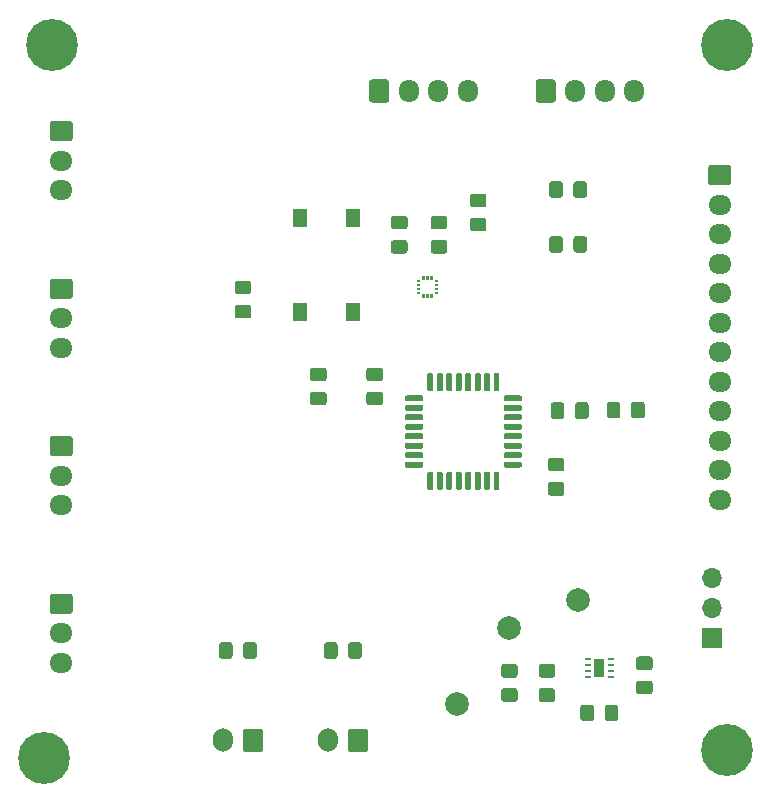
<source format=gts>
G04 #@! TF.GenerationSoftware,KiCad,Pcbnew,(5.1.5)-3*
G04 #@! TF.CreationDate,2020-03-16T21:34:29+01:00*
G04 #@! TF.ProjectId,ent,656e742e-6b69-4636-9164-5f7063625858,rev?*
G04 #@! TF.SameCoordinates,Original*
G04 #@! TF.FileFunction,Soldermask,Top*
G04 #@! TF.FilePolarity,Negative*
%FSLAX46Y46*%
G04 Gerber Fmt 4.6, Leading zero omitted, Abs format (unit mm)*
G04 Created by KiCad (PCBNEW (5.1.5)-3) date 2020-03-16 21:34:29*
%MOMM*%
%LPD*%
G04 APERTURE LIST*
%ADD10R,0.500000X0.250000*%
%ADD11R,0.900000X1.600000*%
%ADD12C,0.100000*%
%ADD13O,1.700000X2.000000*%
%ADD14O,1.700000X1.950000*%
%ADD15O,1.950000X1.700000*%
%ADD16R,1.700000X1.700000*%
%ADD17O,1.700000X1.700000*%
%ADD18R,1.300000X1.550000*%
%ADD19C,2.000000*%
%ADD20C,4.400000*%
G04 APERTURE END LIST*
D10*
X217485000Y-102620000D03*
X215585000Y-103120000D03*
X215585000Y-103620000D03*
D11*
X216535000Y-102870000D03*
D10*
X217485000Y-103620000D03*
X217485000Y-103120000D03*
X217485000Y-102120000D03*
X215585000Y-102120000D03*
X215585000Y-102620000D03*
D12*
G36*
X202905800Y-71037000D02*
G01*
X202905800Y-71237000D01*
X202580800Y-71237000D01*
X202580800Y-71037000D01*
X202905800Y-71037000D01*
G37*
G36*
X202905800Y-70687000D02*
G01*
X202905800Y-70887000D01*
X202580800Y-70887000D01*
X202580800Y-70687000D01*
X202905800Y-70687000D01*
G37*
G36*
X202905800Y-70337000D02*
G01*
X202905800Y-70537000D01*
X202580800Y-70537000D01*
X202580800Y-70337000D01*
X202905800Y-70337000D01*
G37*
G36*
X202905800Y-69987000D02*
G01*
X202905800Y-70187000D01*
X202580800Y-70187000D01*
X202580800Y-69987000D01*
X202905800Y-69987000D01*
G37*
G36*
X202430800Y-69687000D02*
G01*
X202430800Y-70012000D01*
X202230800Y-70012000D01*
X202230800Y-69687000D01*
X202430800Y-69687000D01*
G37*
G36*
X202080800Y-69687000D02*
G01*
X202080800Y-70012000D01*
X201880800Y-70012000D01*
X201880800Y-69687000D01*
X202080800Y-69687000D01*
G37*
G36*
X201730800Y-69687000D02*
G01*
X201730800Y-70012000D01*
X201530800Y-70012000D01*
X201530800Y-69687000D01*
X201730800Y-69687000D01*
G37*
G36*
X201380800Y-69987000D02*
G01*
X201380800Y-70187000D01*
X201055800Y-70187000D01*
X201055800Y-69987000D01*
X201380800Y-69987000D01*
G37*
G36*
X201380800Y-70337000D02*
G01*
X201380800Y-70537000D01*
X201055800Y-70537000D01*
X201055800Y-70337000D01*
X201380800Y-70337000D01*
G37*
G36*
X201380800Y-70687000D02*
G01*
X201380800Y-70887000D01*
X201055800Y-70887000D01*
X201055800Y-70687000D01*
X201380800Y-70687000D01*
G37*
G36*
X201380800Y-71037000D02*
G01*
X201380800Y-71237000D01*
X201055800Y-71237000D01*
X201055800Y-71037000D01*
X201380800Y-71037000D01*
G37*
G36*
X201730800Y-71212000D02*
G01*
X201730800Y-71537000D01*
X201530800Y-71537000D01*
X201530800Y-71212000D01*
X201730800Y-71212000D01*
G37*
G36*
X202080800Y-71212000D02*
G01*
X202080800Y-71537000D01*
X201880800Y-71537000D01*
X201880800Y-71212000D01*
X202080800Y-71212000D01*
G37*
G36*
X202430800Y-71212000D02*
G01*
X202430800Y-71537000D01*
X202230800Y-71537000D01*
X202230800Y-71212000D01*
X202430800Y-71212000D01*
G37*
G36*
X215267905Y-66306404D02*
G01*
X215292173Y-66310004D01*
X215315972Y-66315965D01*
X215339071Y-66324230D01*
X215361250Y-66334720D01*
X215382293Y-66347332D01*
X215401999Y-66361947D01*
X215420177Y-66378423D01*
X215436653Y-66396601D01*
X215451268Y-66416307D01*
X215463880Y-66437350D01*
X215474370Y-66459529D01*
X215482635Y-66482628D01*
X215488596Y-66506427D01*
X215492196Y-66530695D01*
X215493400Y-66555199D01*
X215493400Y-67455201D01*
X215492196Y-67479705D01*
X215488596Y-67503973D01*
X215482635Y-67527772D01*
X215474370Y-67550871D01*
X215463880Y-67573050D01*
X215451268Y-67594093D01*
X215436653Y-67613799D01*
X215420177Y-67631977D01*
X215401999Y-67648453D01*
X215382293Y-67663068D01*
X215361250Y-67675680D01*
X215339071Y-67686170D01*
X215315972Y-67694435D01*
X215292173Y-67700396D01*
X215267905Y-67703996D01*
X215243401Y-67705200D01*
X214593399Y-67705200D01*
X214568895Y-67703996D01*
X214544627Y-67700396D01*
X214520828Y-67694435D01*
X214497729Y-67686170D01*
X214475550Y-67675680D01*
X214454507Y-67663068D01*
X214434801Y-67648453D01*
X214416623Y-67631977D01*
X214400147Y-67613799D01*
X214385532Y-67594093D01*
X214372920Y-67573050D01*
X214362430Y-67550871D01*
X214354165Y-67527772D01*
X214348204Y-67503973D01*
X214344604Y-67479705D01*
X214343400Y-67455201D01*
X214343400Y-66555199D01*
X214344604Y-66530695D01*
X214348204Y-66506427D01*
X214354165Y-66482628D01*
X214362430Y-66459529D01*
X214372920Y-66437350D01*
X214385532Y-66416307D01*
X214400147Y-66396601D01*
X214416623Y-66378423D01*
X214434801Y-66361947D01*
X214454507Y-66347332D01*
X214475550Y-66334720D01*
X214497729Y-66324230D01*
X214520828Y-66315965D01*
X214544627Y-66310004D01*
X214568895Y-66306404D01*
X214593399Y-66305200D01*
X215243401Y-66305200D01*
X215267905Y-66306404D01*
G37*
G36*
X213217905Y-66306404D02*
G01*
X213242173Y-66310004D01*
X213265972Y-66315965D01*
X213289071Y-66324230D01*
X213311250Y-66334720D01*
X213332293Y-66347332D01*
X213351999Y-66361947D01*
X213370177Y-66378423D01*
X213386653Y-66396601D01*
X213401268Y-66416307D01*
X213413880Y-66437350D01*
X213424370Y-66459529D01*
X213432635Y-66482628D01*
X213438596Y-66506427D01*
X213442196Y-66530695D01*
X213443400Y-66555199D01*
X213443400Y-67455201D01*
X213442196Y-67479705D01*
X213438596Y-67503973D01*
X213432635Y-67527772D01*
X213424370Y-67550871D01*
X213413880Y-67573050D01*
X213401268Y-67594093D01*
X213386653Y-67613799D01*
X213370177Y-67631977D01*
X213351999Y-67648453D01*
X213332293Y-67663068D01*
X213311250Y-67675680D01*
X213289071Y-67686170D01*
X213265972Y-67694435D01*
X213242173Y-67700396D01*
X213217905Y-67703996D01*
X213193401Y-67705200D01*
X212543399Y-67705200D01*
X212518895Y-67703996D01*
X212494627Y-67700396D01*
X212470828Y-67694435D01*
X212447729Y-67686170D01*
X212425550Y-67675680D01*
X212404507Y-67663068D01*
X212384801Y-67648453D01*
X212366623Y-67631977D01*
X212350147Y-67613799D01*
X212335532Y-67594093D01*
X212322920Y-67573050D01*
X212312430Y-67550871D01*
X212304165Y-67527772D01*
X212298204Y-67503973D01*
X212294604Y-67479705D01*
X212293400Y-67455201D01*
X212293400Y-66555199D01*
X212294604Y-66530695D01*
X212298204Y-66506427D01*
X212304165Y-66482628D01*
X212312430Y-66459529D01*
X212322920Y-66437350D01*
X212335532Y-66416307D01*
X212350147Y-66396601D01*
X212366623Y-66378423D01*
X212384801Y-66361947D01*
X212404507Y-66347332D01*
X212425550Y-66334720D01*
X212447729Y-66324230D01*
X212470828Y-66315965D01*
X212494627Y-66310004D01*
X212518895Y-66306404D01*
X212543399Y-66305200D01*
X213193401Y-66305200D01*
X213217905Y-66306404D01*
G37*
D13*
X193588000Y-109016800D03*
D12*
G36*
X196712504Y-108018004D02*
G01*
X196736773Y-108021604D01*
X196760571Y-108027565D01*
X196783671Y-108035830D01*
X196805849Y-108046320D01*
X196826893Y-108058933D01*
X196846598Y-108073547D01*
X196864777Y-108090023D01*
X196881253Y-108108202D01*
X196895867Y-108127907D01*
X196908480Y-108148951D01*
X196918970Y-108171129D01*
X196927235Y-108194229D01*
X196933196Y-108218027D01*
X196936796Y-108242296D01*
X196938000Y-108266800D01*
X196938000Y-109766800D01*
X196936796Y-109791304D01*
X196933196Y-109815573D01*
X196927235Y-109839371D01*
X196918970Y-109862471D01*
X196908480Y-109884649D01*
X196895867Y-109905693D01*
X196881253Y-109925398D01*
X196864777Y-109943577D01*
X196846598Y-109960053D01*
X196826893Y-109974667D01*
X196805849Y-109987280D01*
X196783671Y-109997770D01*
X196760571Y-110006035D01*
X196736773Y-110011996D01*
X196712504Y-110015596D01*
X196688000Y-110016800D01*
X195488000Y-110016800D01*
X195463496Y-110015596D01*
X195439227Y-110011996D01*
X195415429Y-110006035D01*
X195392329Y-109997770D01*
X195370151Y-109987280D01*
X195349107Y-109974667D01*
X195329402Y-109960053D01*
X195311223Y-109943577D01*
X195294747Y-109925398D01*
X195280133Y-109905693D01*
X195267520Y-109884649D01*
X195257030Y-109862471D01*
X195248765Y-109839371D01*
X195242804Y-109815573D01*
X195239204Y-109791304D01*
X195238000Y-109766800D01*
X195238000Y-108266800D01*
X195239204Y-108242296D01*
X195242804Y-108218027D01*
X195248765Y-108194229D01*
X195257030Y-108171129D01*
X195267520Y-108148951D01*
X195280133Y-108127907D01*
X195294747Y-108108202D01*
X195311223Y-108090023D01*
X195329402Y-108073547D01*
X195349107Y-108058933D01*
X195370151Y-108046320D01*
X195392329Y-108035830D01*
X195415429Y-108027565D01*
X195439227Y-108021604D01*
X195463496Y-108018004D01*
X195488000Y-108016800D01*
X196688000Y-108016800D01*
X196712504Y-108018004D01*
G37*
D13*
X184698000Y-109016800D03*
D12*
G36*
X187822504Y-108018004D02*
G01*
X187846773Y-108021604D01*
X187870571Y-108027565D01*
X187893671Y-108035830D01*
X187915849Y-108046320D01*
X187936893Y-108058933D01*
X187956598Y-108073547D01*
X187974777Y-108090023D01*
X187991253Y-108108202D01*
X188005867Y-108127907D01*
X188018480Y-108148951D01*
X188028970Y-108171129D01*
X188037235Y-108194229D01*
X188043196Y-108218027D01*
X188046796Y-108242296D01*
X188048000Y-108266800D01*
X188048000Y-109766800D01*
X188046796Y-109791304D01*
X188043196Y-109815573D01*
X188037235Y-109839371D01*
X188028970Y-109862471D01*
X188018480Y-109884649D01*
X188005867Y-109905693D01*
X187991253Y-109925398D01*
X187974777Y-109943577D01*
X187956598Y-109960053D01*
X187936893Y-109974667D01*
X187915849Y-109987280D01*
X187893671Y-109997770D01*
X187870571Y-110006035D01*
X187846773Y-110011996D01*
X187822504Y-110015596D01*
X187798000Y-110016800D01*
X186598000Y-110016800D01*
X186573496Y-110015596D01*
X186549227Y-110011996D01*
X186525429Y-110006035D01*
X186502329Y-109997770D01*
X186480151Y-109987280D01*
X186459107Y-109974667D01*
X186439402Y-109960053D01*
X186421223Y-109943577D01*
X186404747Y-109925398D01*
X186390133Y-109905693D01*
X186377520Y-109884649D01*
X186367030Y-109862471D01*
X186358765Y-109839371D01*
X186352804Y-109815573D01*
X186349204Y-109791304D01*
X186348000Y-109766800D01*
X186348000Y-108266800D01*
X186349204Y-108242296D01*
X186352804Y-108218027D01*
X186358765Y-108194229D01*
X186367030Y-108171129D01*
X186377520Y-108148951D01*
X186390133Y-108127907D01*
X186404747Y-108108202D01*
X186421223Y-108090023D01*
X186439402Y-108073547D01*
X186459107Y-108058933D01*
X186480151Y-108046320D01*
X186502329Y-108035830D01*
X186525429Y-108027565D01*
X186549227Y-108021604D01*
X186573496Y-108018004D01*
X186598000Y-108016800D01*
X187798000Y-108016800D01*
X187822504Y-108018004D01*
G37*
G36*
X194142505Y-100698004D02*
G01*
X194166773Y-100701604D01*
X194190572Y-100707565D01*
X194213671Y-100715830D01*
X194235850Y-100726320D01*
X194256893Y-100738932D01*
X194276599Y-100753547D01*
X194294777Y-100770023D01*
X194311253Y-100788201D01*
X194325868Y-100807907D01*
X194338480Y-100828950D01*
X194348970Y-100851129D01*
X194357235Y-100874228D01*
X194363196Y-100898027D01*
X194366796Y-100922295D01*
X194368000Y-100946799D01*
X194368000Y-101846801D01*
X194366796Y-101871305D01*
X194363196Y-101895573D01*
X194357235Y-101919372D01*
X194348970Y-101942471D01*
X194338480Y-101964650D01*
X194325868Y-101985693D01*
X194311253Y-102005399D01*
X194294777Y-102023577D01*
X194276599Y-102040053D01*
X194256893Y-102054668D01*
X194235850Y-102067280D01*
X194213671Y-102077770D01*
X194190572Y-102086035D01*
X194166773Y-102091996D01*
X194142505Y-102095596D01*
X194118001Y-102096800D01*
X193467999Y-102096800D01*
X193443495Y-102095596D01*
X193419227Y-102091996D01*
X193395428Y-102086035D01*
X193372329Y-102077770D01*
X193350150Y-102067280D01*
X193329107Y-102054668D01*
X193309401Y-102040053D01*
X193291223Y-102023577D01*
X193274747Y-102005399D01*
X193260132Y-101985693D01*
X193247520Y-101964650D01*
X193237030Y-101942471D01*
X193228765Y-101919372D01*
X193222804Y-101895573D01*
X193219204Y-101871305D01*
X193218000Y-101846801D01*
X193218000Y-100946799D01*
X193219204Y-100922295D01*
X193222804Y-100898027D01*
X193228765Y-100874228D01*
X193237030Y-100851129D01*
X193247520Y-100828950D01*
X193260132Y-100807907D01*
X193274747Y-100788201D01*
X193291223Y-100770023D01*
X193309401Y-100753547D01*
X193329107Y-100738932D01*
X193350150Y-100726320D01*
X193372329Y-100715830D01*
X193395428Y-100707565D01*
X193419227Y-100701604D01*
X193443495Y-100698004D01*
X193467999Y-100696800D01*
X194118001Y-100696800D01*
X194142505Y-100698004D01*
G37*
G36*
X196192505Y-100698004D02*
G01*
X196216773Y-100701604D01*
X196240572Y-100707565D01*
X196263671Y-100715830D01*
X196285850Y-100726320D01*
X196306893Y-100738932D01*
X196326599Y-100753547D01*
X196344777Y-100770023D01*
X196361253Y-100788201D01*
X196375868Y-100807907D01*
X196388480Y-100828950D01*
X196398970Y-100851129D01*
X196407235Y-100874228D01*
X196413196Y-100898027D01*
X196416796Y-100922295D01*
X196418000Y-100946799D01*
X196418000Y-101846801D01*
X196416796Y-101871305D01*
X196413196Y-101895573D01*
X196407235Y-101919372D01*
X196398970Y-101942471D01*
X196388480Y-101964650D01*
X196375868Y-101985693D01*
X196361253Y-102005399D01*
X196344777Y-102023577D01*
X196326599Y-102040053D01*
X196306893Y-102054668D01*
X196285850Y-102067280D01*
X196263671Y-102077770D01*
X196240572Y-102086035D01*
X196216773Y-102091996D01*
X196192505Y-102095596D01*
X196168001Y-102096800D01*
X195517999Y-102096800D01*
X195493495Y-102095596D01*
X195469227Y-102091996D01*
X195445428Y-102086035D01*
X195422329Y-102077770D01*
X195400150Y-102067280D01*
X195379107Y-102054668D01*
X195359401Y-102040053D01*
X195341223Y-102023577D01*
X195324747Y-102005399D01*
X195310132Y-101985693D01*
X195297520Y-101964650D01*
X195287030Y-101942471D01*
X195278765Y-101919372D01*
X195272804Y-101895573D01*
X195269204Y-101871305D01*
X195268000Y-101846801D01*
X195268000Y-100946799D01*
X195269204Y-100922295D01*
X195272804Y-100898027D01*
X195278765Y-100874228D01*
X195287030Y-100851129D01*
X195297520Y-100828950D01*
X195310132Y-100807907D01*
X195324747Y-100788201D01*
X195341223Y-100770023D01*
X195359401Y-100753547D01*
X195379107Y-100738932D01*
X195400150Y-100726320D01*
X195422329Y-100715830D01*
X195445428Y-100707565D01*
X195469227Y-100701604D01*
X195493495Y-100698004D01*
X195517999Y-100696800D01*
X196168001Y-100696800D01*
X196192505Y-100698004D01*
G37*
G36*
X185252505Y-100698004D02*
G01*
X185276773Y-100701604D01*
X185300572Y-100707565D01*
X185323671Y-100715830D01*
X185345850Y-100726320D01*
X185366893Y-100738932D01*
X185386599Y-100753547D01*
X185404777Y-100770023D01*
X185421253Y-100788201D01*
X185435868Y-100807907D01*
X185448480Y-100828950D01*
X185458970Y-100851129D01*
X185467235Y-100874228D01*
X185473196Y-100898027D01*
X185476796Y-100922295D01*
X185478000Y-100946799D01*
X185478000Y-101846801D01*
X185476796Y-101871305D01*
X185473196Y-101895573D01*
X185467235Y-101919372D01*
X185458970Y-101942471D01*
X185448480Y-101964650D01*
X185435868Y-101985693D01*
X185421253Y-102005399D01*
X185404777Y-102023577D01*
X185386599Y-102040053D01*
X185366893Y-102054668D01*
X185345850Y-102067280D01*
X185323671Y-102077770D01*
X185300572Y-102086035D01*
X185276773Y-102091996D01*
X185252505Y-102095596D01*
X185228001Y-102096800D01*
X184577999Y-102096800D01*
X184553495Y-102095596D01*
X184529227Y-102091996D01*
X184505428Y-102086035D01*
X184482329Y-102077770D01*
X184460150Y-102067280D01*
X184439107Y-102054668D01*
X184419401Y-102040053D01*
X184401223Y-102023577D01*
X184384747Y-102005399D01*
X184370132Y-101985693D01*
X184357520Y-101964650D01*
X184347030Y-101942471D01*
X184338765Y-101919372D01*
X184332804Y-101895573D01*
X184329204Y-101871305D01*
X184328000Y-101846801D01*
X184328000Y-100946799D01*
X184329204Y-100922295D01*
X184332804Y-100898027D01*
X184338765Y-100874228D01*
X184347030Y-100851129D01*
X184357520Y-100828950D01*
X184370132Y-100807907D01*
X184384747Y-100788201D01*
X184401223Y-100770023D01*
X184419401Y-100753547D01*
X184439107Y-100738932D01*
X184460150Y-100726320D01*
X184482329Y-100715830D01*
X184505428Y-100707565D01*
X184529227Y-100701604D01*
X184553495Y-100698004D01*
X184577999Y-100696800D01*
X185228001Y-100696800D01*
X185252505Y-100698004D01*
G37*
G36*
X187302505Y-100698004D02*
G01*
X187326773Y-100701604D01*
X187350572Y-100707565D01*
X187373671Y-100715830D01*
X187395850Y-100726320D01*
X187416893Y-100738932D01*
X187436599Y-100753547D01*
X187454777Y-100770023D01*
X187471253Y-100788201D01*
X187485868Y-100807907D01*
X187498480Y-100828950D01*
X187508970Y-100851129D01*
X187517235Y-100874228D01*
X187523196Y-100898027D01*
X187526796Y-100922295D01*
X187528000Y-100946799D01*
X187528000Y-101846801D01*
X187526796Y-101871305D01*
X187523196Y-101895573D01*
X187517235Y-101919372D01*
X187508970Y-101942471D01*
X187498480Y-101964650D01*
X187485868Y-101985693D01*
X187471253Y-102005399D01*
X187454777Y-102023577D01*
X187436599Y-102040053D01*
X187416893Y-102054668D01*
X187395850Y-102067280D01*
X187373671Y-102077770D01*
X187350572Y-102086035D01*
X187326773Y-102091996D01*
X187302505Y-102095596D01*
X187278001Y-102096800D01*
X186627999Y-102096800D01*
X186603495Y-102095596D01*
X186579227Y-102091996D01*
X186555428Y-102086035D01*
X186532329Y-102077770D01*
X186510150Y-102067280D01*
X186489107Y-102054668D01*
X186469401Y-102040053D01*
X186451223Y-102023577D01*
X186434747Y-102005399D01*
X186420132Y-101985693D01*
X186407520Y-101964650D01*
X186397030Y-101942471D01*
X186388765Y-101919372D01*
X186382804Y-101895573D01*
X186379204Y-101871305D01*
X186378000Y-101846801D01*
X186378000Y-100946799D01*
X186379204Y-100922295D01*
X186382804Y-100898027D01*
X186388765Y-100874228D01*
X186397030Y-100851129D01*
X186407520Y-100828950D01*
X186420132Y-100807907D01*
X186434747Y-100788201D01*
X186451223Y-100770023D01*
X186469401Y-100753547D01*
X186489107Y-100738932D01*
X186510150Y-100726320D01*
X186532329Y-100715830D01*
X186555428Y-100707565D01*
X186579227Y-100701604D01*
X186603495Y-100698004D01*
X186627999Y-100696800D01*
X187278001Y-100696800D01*
X187302505Y-100698004D01*
G37*
G36*
X220819505Y-103956204D02*
G01*
X220843773Y-103959804D01*
X220867572Y-103965765D01*
X220890671Y-103974030D01*
X220912850Y-103984520D01*
X220933893Y-103997132D01*
X220953599Y-104011747D01*
X220971777Y-104028223D01*
X220988253Y-104046401D01*
X221002868Y-104066107D01*
X221015480Y-104087150D01*
X221025970Y-104109329D01*
X221034235Y-104132428D01*
X221040196Y-104156227D01*
X221043796Y-104180495D01*
X221045000Y-104204999D01*
X221045000Y-104855001D01*
X221043796Y-104879505D01*
X221040196Y-104903773D01*
X221034235Y-104927572D01*
X221025970Y-104950671D01*
X221015480Y-104972850D01*
X221002868Y-104993893D01*
X220988253Y-105013599D01*
X220971777Y-105031777D01*
X220953599Y-105048253D01*
X220933893Y-105062868D01*
X220912850Y-105075480D01*
X220890671Y-105085970D01*
X220867572Y-105094235D01*
X220843773Y-105100196D01*
X220819505Y-105103796D01*
X220795001Y-105105000D01*
X219894999Y-105105000D01*
X219870495Y-105103796D01*
X219846227Y-105100196D01*
X219822428Y-105094235D01*
X219799329Y-105085970D01*
X219777150Y-105075480D01*
X219756107Y-105062868D01*
X219736401Y-105048253D01*
X219718223Y-105031777D01*
X219701747Y-105013599D01*
X219687132Y-104993893D01*
X219674520Y-104972850D01*
X219664030Y-104950671D01*
X219655765Y-104927572D01*
X219649804Y-104903773D01*
X219646204Y-104879505D01*
X219645000Y-104855001D01*
X219645000Y-104204999D01*
X219646204Y-104180495D01*
X219649804Y-104156227D01*
X219655765Y-104132428D01*
X219664030Y-104109329D01*
X219674520Y-104087150D01*
X219687132Y-104066107D01*
X219701747Y-104046401D01*
X219718223Y-104028223D01*
X219736401Y-104011747D01*
X219756107Y-103997132D01*
X219777150Y-103984520D01*
X219799329Y-103974030D01*
X219822428Y-103965765D01*
X219846227Y-103959804D01*
X219870495Y-103956204D01*
X219894999Y-103955000D01*
X220795001Y-103955000D01*
X220819505Y-103956204D01*
G37*
G36*
X220819505Y-101906204D02*
G01*
X220843773Y-101909804D01*
X220867572Y-101915765D01*
X220890671Y-101924030D01*
X220912850Y-101934520D01*
X220933893Y-101947132D01*
X220953599Y-101961747D01*
X220971777Y-101978223D01*
X220988253Y-101996401D01*
X221002868Y-102016107D01*
X221015480Y-102037150D01*
X221025970Y-102059329D01*
X221034235Y-102082428D01*
X221040196Y-102106227D01*
X221043796Y-102130495D01*
X221045000Y-102154999D01*
X221045000Y-102805001D01*
X221043796Y-102829505D01*
X221040196Y-102853773D01*
X221034235Y-102877572D01*
X221025970Y-102900671D01*
X221015480Y-102922850D01*
X221002868Y-102943893D01*
X220988253Y-102963599D01*
X220971777Y-102981777D01*
X220953599Y-102998253D01*
X220933893Y-103012868D01*
X220912850Y-103025480D01*
X220890671Y-103035970D01*
X220867572Y-103044235D01*
X220843773Y-103050196D01*
X220819505Y-103053796D01*
X220795001Y-103055000D01*
X219894999Y-103055000D01*
X219870495Y-103053796D01*
X219846227Y-103050196D01*
X219822428Y-103044235D01*
X219799329Y-103035970D01*
X219777150Y-103025480D01*
X219756107Y-103012868D01*
X219736401Y-102998253D01*
X219718223Y-102981777D01*
X219701747Y-102963599D01*
X219687132Y-102943893D01*
X219674520Y-102922850D01*
X219664030Y-102900671D01*
X219655765Y-102877572D01*
X219649804Y-102853773D01*
X219646204Y-102829505D01*
X219645000Y-102805001D01*
X219645000Y-102154999D01*
X219646204Y-102130495D01*
X219649804Y-102106227D01*
X219655765Y-102082428D01*
X219664030Y-102059329D01*
X219674520Y-102037150D01*
X219687132Y-102016107D01*
X219701747Y-101996401D01*
X219718223Y-101978223D01*
X219736401Y-101961747D01*
X219756107Y-101947132D01*
X219777150Y-101934520D01*
X219799329Y-101924030D01*
X219822428Y-101915765D01*
X219846227Y-101909804D01*
X219870495Y-101906204D01*
X219894999Y-101905000D01*
X220795001Y-101905000D01*
X220819505Y-101906204D01*
G37*
G36*
X215859505Y-105981204D02*
G01*
X215883773Y-105984804D01*
X215907572Y-105990765D01*
X215930671Y-105999030D01*
X215952850Y-106009520D01*
X215973893Y-106022132D01*
X215993599Y-106036747D01*
X216011777Y-106053223D01*
X216028253Y-106071401D01*
X216042868Y-106091107D01*
X216055480Y-106112150D01*
X216065970Y-106134329D01*
X216074235Y-106157428D01*
X216080196Y-106181227D01*
X216083796Y-106205495D01*
X216085000Y-106229999D01*
X216085000Y-107130001D01*
X216083796Y-107154505D01*
X216080196Y-107178773D01*
X216074235Y-107202572D01*
X216065970Y-107225671D01*
X216055480Y-107247850D01*
X216042868Y-107268893D01*
X216028253Y-107288599D01*
X216011777Y-107306777D01*
X215993599Y-107323253D01*
X215973893Y-107337868D01*
X215952850Y-107350480D01*
X215930671Y-107360970D01*
X215907572Y-107369235D01*
X215883773Y-107375196D01*
X215859505Y-107378796D01*
X215835001Y-107380000D01*
X215184999Y-107380000D01*
X215160495Y-107378796D01*
X215136227Y-107375196D01*
X215112428Y-107369235D01*
X215089329Y-107360970D01*
X215067150Y-107350480D01*
X215046107Y-107337868D01*
X215026401Y-107323253D01*
X215008223Y-107306777D01*
X214991747Y-107288599D01*
X214977132Y-107268893D01*
X214964520Y-107247850D01*
X214954030Y-107225671D01*
X214945765Y-107202572D01*
X214939804Y-107178773D01*
X214936204Y-107154505D01*
X214935000Y-107130001D01*
X214935000Y-106229999D01*
X214936204Y-106205495D01*
X214939804Y-106181227D01*
X214945765Y-106157428D01*
X214954030Y-106134329D01*
X214964520Y-106112150D01*
X214977132Y-106091107D01*
X214991747Y-106071401D01*
X215008223Y-106053223D01*
X215026401Y-106036747D01*
X215046107Y-106022132D01*
X215067150Y-106009520D01*
X215089329Y-105999030D01*
X215112428Y-105990765D01*
X215136227Y-105984804D01*
X215160495Y-105981204D01*
X215184999Y-105980000D01*
X215835001Y-105980000D01*
X215859505Y-105981204D01*
G37*
G36*
X217909505Y-105981204D02*
G01*
X217933773Y-105984804D01*
X217957572Y-105990765D01*
X217980671Y-105999030D01*
X218002850Y-106009520D01*
X218023893Y-106022132D01*
X218043599Y-106036747D01*
X218061777Y-106053223D01*
X218078253Y-106071401D01*
X218092868Y-106091107D01*
X218105480Y-106112150D01*
X218115970Y-106134329D01*
X218124235Y-106157428D01*
X218130196Y-106181227D01*
X218133796Y-106205495D01*
X218135000Y-106229999D01*
X218135000Y-107130001D01*
X218133796Y-107154505D01*
X218130196Y-107178773D01*
X218124235Y-107202572D01*
X218115970Y-107225671D01*
X218105480Y-107247850D01*
X218092868Y-107268893D01*
X218078253Y-107288599D01*
X218061777Y-107306777D01*
X218043599Y-107323253D01*
X218023893Y-107337868D01*
X218002850Y-107350480D01*
X217980671Y-107360970D01*
X217957572Y-107369235D01*
X217933773Y-107375196D01*
X217909505Y-107378796D01*
X217885001Y-107380000D01*
X217234999Y-107380000D01*
X217210495Y-107378796D01*
X217186227Y-107375196D01*
X217162428Y-107369235D01*
X217139329Y-107360970D01*
X217117150Y-107350480D01*
X217096107Y-107337868D01*
X217076401Y-107323253D01*
X217058223Y-107306777D01*
X217041747Y-107288599D01*
X217027132Y-107268893D01*
X217014520Y-107247850D01*
X217004030Y-107225671D01*
X216995765Y-107202572D01*
X216989804Y-107178773D01*
X216986204Y-107154505D01*
X216985000Y-107130001D01*
X216985000Y-106229999D01*
X216986204Y-106205495D01*
X216989804Y-106181227D01*
X216995765Y-106157428D01*
X217004030Y-106134329D01*
X217014520Y-106112150D01*
X217027132Y-106091107D01*
X217041747Y-106071401D01*
X217058223Y-106053223D01*
X217076401Y-106036747D01*
X217096107Y-106022132D01*
X217117150Y-106009520D01*
X217139329Y-105999030D01*
X217162428Y-105990765D01*
X217186227Y-105984804D01*
X217210495Y-105981204D01*
X217234999Y-105980000D01*
X217885001Y-105980000D01*
X217909505Y-105981204D01*
G37*
G36*
X203420505Y-64593604D02*
G01*
X203444773Y-64597204D01*
X203468572Y-64603165D01*
X203491671Y-64611430D01*
X203513850Y-64621920D01*
X203534893Y-64634532D01*
X203554599Y-64649147D01*
X203572777Y-64665623D01*
X203589253Y-64683801D01*
X203603868Y-64703507D01*
X203616480Y-64724550D01*
X203626970Y-64746729D01*
X203635235Y-64769828D01*
X203641196Y-64793627D01*
X203644796Y-64817895D01*
X203646000Y-64842399D01*
X203646000Y-65492401D01*
X203644796Y-65516905D01*
X203641196Y-65541173D01*
X203635235Y-65564972D01*
X203626970Y-65588071D01*
X203616480Y-65610250D01*
X203603868Y-65631293D01*
X203589253Y-65650999D01*
X203572777Y-65669177D01*
X203554599Y-65685653D01*
X203534893Y-65700268D01*
X203513850Y-65712880D01*
X203491671Y-65723370D01*
X203468572Y-65731635D01*
X203444773Y-65737596D01*
X203420505Y-65741196D01*
X203396001Y-65742400D01*
X202495999Y-65742400D01*
X202471495Y-65741196D01*
X202447227Y-65737596D01*
X202423428Y-65731635D01*
X202400329Y-65723370D01*
X202378150Y-65712880D01*
X202357107Y-65700268D01*
X202337401Y-65685653D01*
X202319223Y-65669177D01*
X202302747Y-65650999D01*
X202288132Y-65631293D01*
X202275520Y-65610250D01*
X202265030Y-65588071D01*
X202256765Y-65564972D01*
X202250804Y-65541173D01*
X202247204Y-65516905D01*
X202246000Y-65492401D01*
X202246000Y-64842399D01*
X202247204Y-64817895D01*
X202250804Y-64793627D01*
X202256765Y-64769828D01*
X202265030Y-64746729D01*
X202275520Y-64724550D01*
X202288132Y-64703507D01*
X202302747Y-64683801D01*
X202319223Y-64665623D01*
X202337401Y-64649147D01*
X202357107Y-64634532D01*
X202378150Y-64621920D01*
X202400329Y-64611430D01*
X202423428Y-64603165D01*
X202447227Y-64597204D01*
X202471495Y-64593604D01*
X202495999Y-64592400D01*
X203396001Y-64592400D01*
X203420505Y-64593604D01*
G37*
G36*
X203420505Y-66643604D02*
G01*
X203444773Y-66647204D01*
X203468572Y-66653165D01*
X203491671Y-66661430D01*
X203513850Y-66671920D01*
X203534893Y-66684532D01*
X203554599Y-66699147D01*
X203572777Y-66715623D01*
X203589253Y-66733801D01*
X203603868Y-66753507D01*
X203616480Y-66774550D01*
X203626970Y-66796729D01*
X203635235Y-66819828D01*
X203641196Y-66843627D01*
X203644796Y-66867895D01*
X203646000Y-66892399D01*
X203646000Y-67542401D01*
X203644796Y-67566905D01*
X203641196Y-67591173D01*
X203635235Y-67614972D01*
X203626970Y-67638071D01*
X203616480Y-67660250D01*
X203603868Y-67681293D01*
X203589253Y-67700999D01*
X203572777Y-67719177D01*
X203554599Y-67735653D01*
X203534893Y-67750268D01*
X203513850Y-67762880D01*
X203491671Y-67773370D01*
X203468572Y-67781635D01*
X203444773Y-67787596D01*
X203420505Y-67791196D01*
X203396001Y-67792400D01*
X202495999Y-67792400D01*
X202471495Y-67791196D01*
X202447227Y-67787596D01*
X202423428Y-67781635D01*
X202400329Y-67773370D01*
X202378150Y-67762880D01*
X202357107Y-67750268D01*
X202337401Y-67735653D01*
X202319223Y-67719177D01*
X202302747Y-67700999D01*
X202288132Y-67681293D01*
X202275520Y-67660250D01*
X202265030Y-67638071D01*
X202256765Y-67614972D01*
X202250804Y-67591173D01*
X202247204Y-67566905D01*
X202246000Y-67542401D01*
X202246000Y-66892399D01*
X202247204Y-66867895D01*
X202250804Y-66843627D01*
X202256765Y-66819828D01*
X202265030Y-66796729D01*
X202275520Y-66774550D01*
X202288132Y-66753507D01*
X202302747Y-66733801D01*
X202319223Y-66715623D01*
X202337401Y-66699147D01*
X202357107Y-66684532D01*
X202378150Y-66671920D01*
X202400329Y-66661430D01*
X202423428Y-66653165D01*
X202447227Y-66647204D01*
X202471495Y-66643604D01*
X202495999Y-66642400D01*
X203396001Y-66642400D01*
X203420505Y-66643604D01*
G37*
G36*
X200067705Y-64593604D02*
G01*
X200091973Y-64597204D01*
X200115772Y-64603165D01*
X200138871Y-64611430D01*
X200161050Y-64621920D01*
X200182093Y-64634532D01*
X200201799Y-64649147D01*
X200219977Y-64665623D01*
X200236453Y-64683801D01*
X200251068Y-64703507D01*
X200263680Y-64724550D01*
X200274170Y-64746729D01*
X200282435Y-64769828D01*
X200288396Y-64793627D01*
X200291996Y-64817895D01*
X200293200Y-64842399D01*
X200293200Y-65492401D01*
X200291996Y-65516905D01*
X200288396Y-65541173D01*
X200282435Y-65564972D01*
X200274170Y-65588071D01*
X200263680Y-65610250D01*
X200251068Y-65631293D01*
X200236453Y-65650999D01*
X200219977Y-65669177D01*
X200201799Y-65685653D01*
X200182093Y-65700268D01*
X200161050Y-65712880D01*
X200138871Y-65723370D01*
X200115772Y-65731635D01*
X200091973Y-65737596D01*
X200067705Y-65741196D01*
X200043201Y-65742400D01*
X199143199Y-65742400D01*
X199118695Y-65741196D01*
X199094427Y-65737596D01*
X199070628Y-65731635D01*
X199047529Y-65723370D01*
X199025350Y-65712880D01*
X199004307Y-65700268D01*
X198984601Y-65685653D01*
X198966423Y-65669177D01*
X198949947Y-65650999D01*
X198935332Y-65631293D01*
X198922720Y-65610250D01*
X198912230Y-65588071D01*
X198903965Y-65564972D01*
X198898004Y-65541173D01*
X198894404Y-65516905D01*
X198893200Y-65492401D01*
X198893200Y-64842399D01*
X198894404Y-64817895D01*
X198898004Y-64793627D01*
X198903965Y-64769828D01*
X198912230Y-64746729D01*
X198922720Y-64724550D01*
X198935332Y-64703507D01*
X198949947Y-64683801D01*
X198966423Y-64665623D01*
X198984601Y-64649147D01*
X199004307Y-64634532D01*
X199025350Y-64621920D01*
X199047529Y-64611430D01*
X199070628Y-64603165D01*
X199094427Y-64597204D01*
X199118695Y-64593604D01*
X199143199Y-64592400D01*
X200043201Y-64592400D01*
X200067705Y-64593604D01*
G37*
G36*
X200067705Y-66643604D02*
G01*
X200091973Y-66647204D01*
X200115772Y-66653165D01*
X200138871Y-66661430D01*
X200161050Y-66671920D01*
X200182093Y-66684532D01*
X200201799Y-66699147D01*
X200219977Y-66715623D01*
X200236453Y-66733801D01*
X200251068Y-66753507D01*
X200263680Y-66774550D01*
X200274170Y-66796729D01*
X200282435Y-66819828D01*
X200288396Y-66843627D01*
X200291996Y-66867895D01*
X200293200Y-66892399D01*
X200293200Y-67542401D01*
X200291996Y-67566905D01*
X200288396Y-67591173D01*
X200282435Y-67614972D01*
X200274170Y-67638071D01*
X200263680Y-67660250D01*
X200251068Y-67681293D01*
X200236453Y-67700999D01*
X200219977Y-67719177D01*
X200201799Y-67735653D01*
X200182093Y-67750268D01*
X200161050Y-67762880D01*
X200138871Y-67773370D01*
X200115772Y-67781635D01*
X200091973Y-67787596D01*
X200067705Y-67791196D01*
X200043201Y-67792400D01*
X199143199Y-67792400D01*
X199118695Y-67791196D01*
X199094427Y-67787596D01*
X199070628Y-67781635D01*
X199047529Y-67773370D01*
X199025350Y-67762880D01*
X199004307Y-67750268D01*
X198984601Y-67735653D01*
X198966423Y-67719177D01*
X198949947Y-67700999D01*
X198935332Y-67681293D01*
X198922720Y-67660250D01*
X198912230Y-67638071D01*
X198903965Y-67614972D01*
X198898004Y-67591173D01*
X198894404Y-67566905D01*
X198893200Y-67542401D01*
X198893200Y-66892399D01*
X198894404Y-66867895D01*
X198898004Y-66843627D01*
X198903965Y-66819828D01*
X198912230Y-66796729D01*
X198922720Y-66774550D01*
X198935332Y-66753507D01*
X198949947Y-66733801D01*
X198966423Y-66715623D01*
X198984601Y-66699147D01*
X199004307Y-66684532D01*
X199025350Y-66671920D01*
X199047529Y-66661430D01*
X199070628Y-66653165D01*
X199094427Y-66647204D01*
X199118695Y-66643604D01*
X199143199Y-66642400D01*
X200043201Y-66642400D01*
X200067705Y-66643604D01*
G37*
G36*
X186834305Y-72130004D02*
G01*
X186858573Y-72133604D01*
X186882372Y-72139565D01*
X186905471Y-72147830D01*
X186927650Y-72158320D01*
X186948693Y-72170932D01*
X186968399Y-72185547D01*
X186986577Y-72202023D01*
X187003053Y-72220201D01*
X187017668Y-72239907D01*
X187030280Y-72260950D01*
X187040770Y-72283129D01*
X187049035Y-72306228D01*
X187054996Y-72330027D01*
X187058596Y-72354295D01*
X187059800Y-72378799D01*
X187059800Y-73028801D01*
X187058596Y-73053305D01*
X187054996Y-73077573D01*
X187049035Y-73101372D01*
X187040770Y-73124471D01*
X187030280Y-73146650D01*
X187017668Y-73167693D01*
X187003053Y-73187399D01*
X186986577Y-73205577D01*
X186968399Y-73222053D01*
X186948693Y-73236668D01*
X186927650Y-73249280D01*
X186905471Y-73259770D01*
X186882372Y-73268035D01*
X186858573Y-73273996D01*
X186834305Y-73277596D01*
X186809801Y-73278800D01*
X185909799Y-73278800D01*
X185885295Y-73277596D01*
X185861027Y-73273996D01*
X185837228Y-73268035D01*
X185814129Y-73259770D01*
X185791950Y-73249280D01*
X185770907Y-73236668D01*
X185751201Y-73222053D01*
X185733023Y-73205577D01*
X185716547Y-73187399D01*
X185701932Y-73167693D01*
X185689320Y-73146650D01*
X185678830Y-73124471D01*
X185670565Y-73101372D01*
X185664604Y-73077573D01*
X185661004Y-73053305D01*
X185659800Y-73028801D01*
X185659800Y-72378799D01*
X185661004Y-72354295D01*
X185664604Y-72330027D01*
X185670565Y-72306228D01*
X185678830Y-72283129D01*
X185689320Y-72260950D01*
X185701932Y-72239907D01*
X185716547Y-72220201D01*
X185733023Y-72202023D01*
X185751201Y-72185547D01*
X185770907Y-72170932D01*
X185791950Y-72158320D01*
X185814129Y-72147830D01*
X185837228Y-72139565D01*
X185861027Y-72133604D01*
X185885295Y-72130004D01*
X185909799Y-72128800D01*
X186809801Y-72128800D01*
X186834305Y-72130004D01*
G37*
G36*
X186834305Y-70080004D02*
G01*
X186858573Y-70083604D01*
X186882372Y-70089565D01*
X186905471Y-70097830D01*
X186927650Y-70108320D01*
X186948693Y-70120932D01*
X186968399Y-70135547D01*
X186986577Y-70152023D01*
X187003053Y-70170201D01*
X187017668Y-70189907D01*
X187030280Y-70210950D01*
X187040770Y-70233129D01*
X187049035Y-70256228D01*
X187054996Y-70280027D01*
X187058596Y-70304295D01*
X187059800Y-70328799D01*
X187059800Y-70978801D01*
X187058596Y-71003305D01*
X187054996Y-71027573D01*
X187049035Y-71051372D01*
X187040770Y-71074471D01*
X187030280Y-71096650D01*
X187017668Y-71117693D01*
X187003053Y-71137399D01*
X186986577Y-71155577D01*
X186968399Y-71172053D01*
X186948693Y-71186668D01*
X186927650Y-71199280D01*
X186905471Y-71209770D01*
X186882372Y-71218035D01*
X186858573Y-71223996D01*
X186834305Y-71227596D01*
X186809801Y-71228800D01*
X185909799Y-71228800D01*
X185885295Y-71227596D01*
X185861027Y-71223996D01*
X185837228Y-71218035D01*
X185814129Y-71209770D01*
X185791950Y-71199280D01*
X185770907Y-71186668D01*
X185751201Y-71172053D01*
X185733023Y-71155577D01*
X185716547Y-71137399D01*
X185701932Y-71117693D01*
X185689320Y-71096650D01*
X185678830Y-71074471D01*
X185670565Y-71051372D01*
X185664604Y-71027573D01*
X185661004Y-71003305D01*
X185659800Y-70978801D01*
X185659800Y-70328799D01*
X185661004Y-70304295D01*
X185664604Y-70280027D01*
X185670565Y-70256228D01*
X185678830Y-70233129D01*
X185689320Y-70210950D01*
X185701932Y-70189907D01*
X185716547Y-70170201D01*
X185733023Y-70152023D01*
X185751201Y-70135547D01*
X185770907Y-70120932D01*
X185791950Y-70108320D01*
X185814129Y-70097830D01*
X185837228Y-70089565D01*
X185861027Y-70083604D01*
X185885295Y-70080004D01*
X185909799Y-70078800D01*
X186809801Y-70078800D01*
X186834305Y-70080004D01*
G37*
G36*
X193209705Y-79496004D02*
G01*
X193233973Y-79499604D01*
X193257772Y-79505565D01*
X193280871Y-79513830D01*
X193303050Y-79524320D01*
X193324093Y-79536932D01*
X193343799Y-79551547D01*
X193361977Y-79568023D01*
X193378453Y-79586201D01*
X193393068Y-79605907D01*
X193405680Y-79626950D01*
X193416170Y-79649129D01*
X193424435Y-79672228D01*
X193430396Y-79696027D01*
X193433996Y-79720295D01*
X193435200Y-79744799D01*
X193435200Y-80394801D01*
X193433996Y-80419305D01*
X193430396Y-80443573D01*
X193424435Y-80467372D01*
X193416170Y-80490471D01*
X193405680Y-80512650D01*
X193393068Y-80533693D01*
X193378453Y-80553399D01*
X193361977Y-80571577D01*
X193343799Y-80588053D01*
X193324093Y-80602668D01*
X193303050Y-80615280D01*
X193280871Y-80625770D01*
X193257772Y-80634035D01*
X193233973Y-80639996D01*
X193209705Y-80643596D01*
X193185201Y-80644800D01*
X192285199Y-80644800D01*
X192260695Y-80643596D01*
X192236427Y-80639996D01*
X192212628Y-80634035D01*
X192189529Y-80625770D01*
X192167350Y-80615280D01*
X192146307Y-80602668D01*
X192126601Y-80588053D01*
X192108423Y-80571577D01*
X192091947Y-80553399D01*
X192077332Y-80533693D01*
X192064720Y-80512650D01*
X192054230Y-80490471D01*
X192045965Y-80467372D01*
X192040004Y-80443573D01*
X192036404Y-80419305D01*
X192035200Y-80394801D01*
X192035200Y-79744799D01*
X192036404Y-79720295D01*
X192040004Y-79696027D01*
X192045965Y-79672228D01*
X192054230Y-79649129D01*
X192064720Y-79626950D01*
X192077332Y-79605907D01*
X192091947Y-79586201D01*
X192108423Y-79568023D01*
X192126601Y-79551547D01*
X192146307Y-79536932D01*
X192167350Y-79524320D01*
X192189529Y-79513830D01*
X192212628Y-79505565D01*
X192236427Y-79499604D01*
X192260695Y-79496004D01*
X192285199Y-79494800D01*
X193185201Y-79494800D01*
X193209705Y-79496004D01*
G37*
G36*
X193209705Y-77446004D02*
G01*
X193233973Y-77449604D01*
X193257772Y-77455565D01*
X193280871Y-77463830D01*
X193303050Y-77474320D01*
X193324093Y-77486932D01*
X193343799Y-77501547D01*
X193361977Y-77518023D01*
X193378453Y-77536201D01*
X193393068Y-77555907D01*
X193405680Y-77576950D01*
X193416170Y-77599129D01*
X193424435Y-77622228D01*
X193430396Y-77646027D01*
X193433996Y-77670295D01*
X193435200Y-77694799D01*
X193435200Y-78344801D01*
X193433996Y-78369305D01*
X193430396Y-78393573D01*
X193424435Y-78417372D01*
X193416170Y-78440471D01*
X193405680Y-78462650D01*
X193393068Y-78483693D01*
X193378453Y-78503399D01*
X193361977Y-78521577D01*
X193343799Y-78538053D01*
X193324093Y-78552668D01*
X193303050Y-78565280D01*
X193280871Y-78575770D01*
X193257772Y-78584035D01*
X193233973Y-78589996D01*
X193209705Y-78593596D01*
X193185201Y-78594800D01*
X192285199Y-78594800D01*
X192260695Y-78593596D01*
X192236427Y-78589996D01*
X192212628Y-78584035D01*
X192189529Y-78575770D01*
X192167350Y-78565280D01*
X192146307Y-78552668D01*
X192126601Y-78538053D01*
X192108423Y-78521577D01*
X192091947Y-78503399D01*
X192077332Y-78483693D01*
X192064720Y-78462650D01*
X192054230Y-78440471D01*
X192045965Y-78417372D01*
X192040004Y-78393573D01*
X192036404Y-78369305D01*
X192035200Y-78344801D01*
X192035200Y-77694799D01*
X192036404Y-77670295D01*
X192040004Y-77646027D01*
X192045965Y-77622228D01*
X192054230Y-77599129D01*
X192064720Y-77576950D01*
X192077332Y-77555907D01*
X192091947Y-77536201D01*
X192108423Y-77518023D01*
X192126601Y-77501547D01*
X192146307Y-77486932D01*
X192167350Y-77474320D01*
X192189529Y-77463830D01*
X192212628Y-77455565D01*
X192236427Y-77449604D01*
X192260695Y-77446004D01*
X192285199Y-77444800D01*
X193185201Y-77444800D01*
X193209705Y-77446004D01*
G37*
G36*
X213351905Y-87141404D02*
G01*
X213376173Y-87145004D01*
X213399972Y-87150965D01*
X213423071Y-87159230D01*
X213445250Y-87169720D01*
X213466293Y-87182332D01*
X213485999Y-87196947D01*
X213504177Y-87213423D01*
X213520653Y-87231601D01*
X213535268Y-87251307D01*
X213547880Y-87272350D01*
X213558370Y-87294529D01*
X213566635Y-87317628D01*
X213572596Y-87341427D01*
X213576196Y-87365695D01*
X213577400Y-87390199D01*
X213577400Y-88040201D01*
X213576196Y-88064705D01*
X213572596Y-88088973D01*
X213566635Y-88112772D01*
X213558370Y-88135871D01*
X213547880Y-88158050D01*
X213535268Y-88179093D01*
X213520653Y-88198799D01*
X213504177Y-88216977D01*
X213485999Y-88233453D01*
X213466293Y-88248068D01*
X213445250Y-88260680D01*
X213423071Y-88271170D01*
X213399972Y-88279435D01*
X213376173Y-88285396D01*
X213351905Y-88288996D01*
X213327401Y-88290200D01*
X212427399Y-88290200D01*
X212402895Y-88288996D01*
X212378627Y-88285396D01*
X212354828Y-88279435D01*
X212331729Y-88271170D01*
X212309550Y-88260680D01*
X212288507Y-88248068D01*
X212268801Y-88233453D01*
X212250623Y-88216977D01*
X212234147Y-88198799D01*
X212219532Y-88179093D01*
X212206920Y-88158050D01*
X212196430Y-88135871D01*
X212188165Y-88112772D01*
X212182204Y-88088973D01*
X212178604Y-88064705D01*
X212177400Y-88040201D01*
X212177400Y-87390199D01*
X212178604Y-87365695D01*
X212182204Y-87341427D01*
X212188165Y-87317628D01*
X212196430Y-87294529D01*
X212206920Y-87272350D01*
X212219532Y-87251307D01*
X212234147Y-87231601D01*
X212250623Y-87213423D01*
X212268801Y-87196947D01*
X212288507Y-87182332D01*
X212309550Y-87169720D01*
X212331729Y-87159230D01*
X212354828Y-87150965D01*
X212378627Y-87145004D01*
X212402895Y-87141404D01*
X212427399Y-87140200D01*
X213327401Y-87140200D01*
X213351905Y-87141404D01*
G37*
G36*
X213351905Y-85091404D02*
G01*
X213376173Y-85095004D01*
X213399972Y-85100965D01*
X213423071Y-85109230D01*
X213445250Y-85119720D01*
X213466293Y-85132332D01*
X213485999Y-85146947D01*
X213504177Y-85163423D01*
X213520653Y-85181601D01*
X213535268Y-85201307D01*
X213547880Y-85222350D01*
X213558370Y-85244529D01*
X213566635Y-85267628D01*
X213572596Y-85291427D01*
X213576196Y-85315695D01*
X213577400Y-85340199D01*
X213577400Y-85990201D01*
X213576196Y-86014705D01*
X213572596Y-86038973D01*
X213566635Y-86062772D01*
X213558370Y-86085871D01*
X213547880Y-86108050D01*
X213535268Y-86129093D01*
X213520653Y-86148799D01*
X213504177Y-86166977D01*
X213485999Y-86183453D01*
X213466293Y-86198068D01*
X213445250Y-86210680D01*
X213423071Y-86221170D01*
X213399972Y-86229435D01*
X213376173Y-86235396D01*
X213351905Y-86238996D01*
X213327401Y-86240200D01*
X212427399Y-86240200D01*
X212402895Y-86238996D01*
X212378627Y-86235396D01*
X212354828Y-86229435D01*
X212331729Y-86221170D01*
X212309550Y-86210680D01*
X212288507Y-86198068D01*
X212268801Y-86183453D01*
X212250623Y-86166977D01*
X212234147Y-86148799D01*
X212219532Y-86129093D01*
X212206920Y-86108050D01*
X212196430Y-86085871D01*
X212188165Y-86062772D01*
X212182204Y-86038973D01*
X212178604Y-86014705D01*
X212177400Y-85990201D01*
X212177400Y-85340199D01*
X212178604Y-85315695D01*
X212182204Y-85291427D01*
X212188165Y-85267628D01*
X212196430Y-85244529D01*
X212206920Y-85222350D01*
X212219532Y-85201307D01*
X212234147Y-85181601D01*
X212250623Y-85163423D01*
X212268801Y-85146947D01*
X212288507Y-85132332D01*
X212309550Y-85119720D01*
X212331729Y-85109230D01*
X212354828Y-85100965D01*
X212378627Y-85095004D01*
X212402895Y-85091404D01*
X212427399Y-85090200D01*
X213327401Y-85090200D01*
X213351905Y-85091404D01*
G37*
G36*
X197984905Y-79496004D02*
G01*
X198009173Y-79499604D01*
X198032972Y-79505565D01*
X198056071Y-79513830D01*
X198078250Y-79524320D01*
X198099293Y-79536932D01*
X198118999Y-79551547D01*
X198137177Y-79568023D01*
X198153653Y-79586201D01*
X198168268Y-79605907D01*
X198180880Y-79626950D01*
X198191370Y-79649129D01*
X198199635Y-79672228D01*
X198205596Y-79696027D01*
X198209196Y-79720295D01*
X198210400Y-79744799D01*
X198210400Y-80394801D01*
X198209196Y-80419305D01*
X198205596Y-80443573D01*
X198199635Y-80467372D01*
X198191370Y-80490471D01*
X198180880Y-80512650D01*
X198168268Y-80533693D01*
X198153653Y-80553399D01*
X198137177Y-80571577D01*
X198118999Y-80588053D01*
X198099293Y-80602668D01*
X198078250Y-80615280D01*
X198056071Y-80625770D01*
X198032972Y-80634035D01*
X198009173Y-80639996D01*
X197984905Y-80643596D01*
X197960401Y-80644800D01*
X197060399Y-80644800D01*
X197035895Y-80643596D01*
X197011627Y-80639996D01*
X196987828Y-80634035D01*
X196964729Y-80625770D01*
X196942550Y-80615280D01*
X196921507Y-80602668D01*
X196901801Y-80588053D01*
X196883623Y-80571577D01*
X196867147Y-80553399D01*
X196852532Y-80533693D01*
X196839920Y-80512650D01*
X196829430Y-80490471D01*
X196821165Y-80467372D01*
X196815204Y-80443573D01*
X196811604Y-80419305D01*
X196810400Y-80394801D01*
X196810400Y-79744799D01*
X196811604Y-79720295D01*
X196815204Y-79696027D01*
X196821165Y-79672228D01*
X196829430Y-79649129D01*
X196839920Y-79626950D01*
X196852532Y-79605907D01*
X196867147Y-79586201D01*
X196883623Y-79568023D01*
X196901801Y-79551547D01*
X196921507Y-79536932D01*
X196942550Y-79524320D01*
X196964729Y-79513830D01*
X196987828Y-79505565D01*
X197011627Y-79499604D01*
X197035895Y-79496004D01*
X197060399Y-79494800D01*
X197960401Y-79494800D01*
X197984905Y-79496004D01*
G37*
G36*
X197984905Y-77446004D02*
G01*
X198009173Y-77449604D01*
X198032972Y-77455565D01*
X198056071Y-77463830D01*
X198078250Y-77474320D01*
X198099293Y-77486932D01*
X198118999Y-77501547D01*
X198137177Y-77518023D01*
X198153653Y-77536201D01*
X198168268Y-77555907D01*
X198180880Y-77576950D01*
X198191370Y-77599129D01*
X198199635Y-77622228D01*
X198205596Y-77646027D01*
X198209196Y-77670295D01*
X198210400Y-77694799D01*
X198210400Y-78344801D01*
X198209196Y-78369305D01*
X198205596Y-78393573D01*
X198199635Y-78417372D01*
X198191370Y-78440471D01*
X198180880Y-78462650D01*
X198168268Y-78483693D01*
X198153653Y-78503399D01*
X198137177Y-78521577D01*
X198118999Y-78538053D01*
X198099293Y-78552668D01*
X198078250Y-78565280D01*
X198056071Y-78575770D01*
X198032972Y-78584035D01*
X198009173Y-78589996D01*
X197984905Y-78593596D01*
X197960401Y-78594800D01*
X197060399Y-78594800D01*
X197035895Y-78593596D01*
X197011627Y-78589996D01*
X196987828Y-78584035D01*
X196964729Y-78575770D01*
X196942550Y-78565280D01*
X196921507Y-78552668D01*
X196901801Y-78538053D01*
X196883623Y-78521577D01*
X196867147Y-78503399D01*
X196852532Y-78483693D01*
X196839920Y-78462650D01*
X196829430Y-78440471D01*
X196821165Y-78417372D01*
X196815204Y-78393573D01*
X196811604Y-78369305D01*
X196810400Y-78344801D01*
X196810400Y-77694799D01*
X196811604Y-77670295D01*
X196815204Y-77646027D01*
X196821165Y-77622228D01*
X196829430Y-77599129D01*
X196839920Y-77576950D01*
X196852532Y-77555907D01*
X196867147Y-77536201D01*
X196883623Y-77518023D01*
X196901801Y-77501547D01*
X196921507Y-77486932D01*
X196942550Y-77474320D01*
X196964729Y-77463830D01*
X196987828Y-77455565D01*
X197011627Y-77449604D01*
X197035895Y-77446004D01*
X197060399Y-77444800D01*
X197960401Y-77444800D01*
X197984905Y-77446004D01*
G37*
D14*
X205391400Y-54025800D03*
X202891400Y-54025800D03*
X200391400Y-54025800D03*
D12*
G36*
X198515904Y-53052004D02*
G01*
X198540173Y-53055604D01*
X198563971Y-53061565D01*
X198587071Y-53069830D01*
X198609249Y-53080320D01*
X198630293Y-53092933D01*
X198649998Y-53107547D01*
X198668177Y-53124023D01*
X198684653Y-53142202D01*
X198699267Y-53161907D01*
X198711880Y-53182951D01*
X198722370Y-53205129D01*
X198730635Y-53228229D01*
X198736596Y-53252027D01*
X198740196Y-53276296D01*
X198741400Y-53300800D01*
X198741400Y-54750800D01*
X198740196Y-54775304D01*
X198736596Y-54799573D01*
X198730635Y-54823371D01*
X198722370Y-54846471D01*
X198711880Y-54868649D01*
X198699267Y-54889693D01*
X198684653Y-54909398D01*
X198668177Y-54927577D01*
X198649998Y-54944053D01*
X198630293Y-54958667D01*
X198609249Y-54971280D01*
X198587071Y-54981770D01*
X198563971Y-54990035D01*
X198540173Y-54995996D01*
X198515904Y-54999596D01*
X198491400Y-55000800D01*
X197291400Y-55000800D01*
X197266896Y-54999596D01*
X197242627Y-54995996D01*
X197218829Y-54990035D01*
X197195729Y-54981770D01*
X197173551Y-54971280D01*
X197152507Y-54958667D01*
X197132802Y-54944053D01*
X197114623Y-54927577D01*
X197098147Y-54909398D01*
X197083533Y-54889693D01*
X197070920Y-54868649D01*
X197060430Y-54846471D01*
X197052165Y-54823371D01*
X197046204Y-54799573D01*
X197042604Y-54775304D01*
X197041400Y-54750800D01*
X197041400Y-53300800D01*
X197042604Y-53276296D01*
X197046204Y-53252027D01*
X197052165Y-53228229D01*
X197060430Y-53205129D01*
X197070920Y-53182951D01*
X197083533Y-53161907D01*
X197098147Y-53142202D01*
X197114623Y-53124023D01*
X197132802Y-53107547D01*
X197152507Y-53092933D01*
X197173551Y-53080320D01*
X197195729Y-53069830D01*
X197218829Y-53061565D01*
X197242627Y-53055604D01*
X197266896Y-53052004D01*
X197291400Y-53050800D01*
X198491400Y-53050800D01*
X198515904Y-53052004D01*
G37*
G36*
X171716904Y-56580604D02*
G01*
X171741173Y-56584204D01*
X171764971Y-56590165D01*
X171788071Y-56598430D01*
X171810249Y-56608920D01*
X171831293Y-56621533D01*
X171850998Y-56636147D01*
X171869177Y-56652623D01*
X171885653Y-56670802D01*
X171900267Y-56690507D01*
X171912880Y-56711551D01*
X171923370Y-56733729D01*
X171931635Y-56756829D01*
X171937596Y-56780627D01*
X171941196Y-56804896D01*
X171942400Y-56829400D01*
X171942400Y-58029400D01*
X171941196Y-58053904D01*
X171937596Y-58078173D01*
X171931635Y-58101971D01*
X171923370Y-58125071D01*
X171912880Y-58147249D01*
X171900267Y-58168293D01*
X171885653Y-58187998D01*
X171869177Y-58206177D01*
X171850998Y-58222653D01*
X171831293Y-58237267D01*
X171810249Y-58249880D01*
X171788071Y-58260370D01*
X171764971Y-58268635D01*
X171741173Y-58274596D01*
X171716904Y-58278196D01*
X171692400Y-58279400D01*
X170242400Y-58279400D01*
X170217896Y-58278196D01*
X170193627Y-58274596D01*
X170169829Y-58268635D01*
X170146729Y-58260370D01*
X170124551Y-58249880D01*
X170103507Y-58237267D01*
X170083802Y-58222653D01*
X170065623Y-58206177D01*
X170049147Y-58187998D01*
X170034533Y-58168293D01*
X170021920Y-58147249D01*
X170011430Y-58125071D01*
X170003165Y-58101971D01*
X169997204Y-58078173D01*
X169993604Y-58053904D01*
X169992400Y-58029400D01*
X169992400Y-56829400D01*
X169993604Y-56804896D01*
X169997204Y-56780627D01*
X170003165Y-56756829D01*
X170011430Y-56733729D01*
X170021920Y-56711551D01*
X170034533Y-56690507D01*
X170049147Y-56670802D01*
X170065623Y-56652623D01*
X170083802Y-56636147D01*
X170103507Y-56621533D01*
X170124551Y-56608920D01*
X170146729Y-56598430D01*
X170169829Y-56590165D01*
X170193627Y-56584204D01*
X170217896Y-56580604D01*
X170242400Y-56579400D01*
X171692400Y-56579400D01*
X171716904Y-56580604D01*
G37*
D15*
X170967400Y-59929400D03*
X170967400Y-62429400D03*
X170967400Y-89099400D03*
X170967400Y-86599400D03*
D12*
G36*
X171716904Y-83250604D02*
G01*
X171741173Y-83254204D01*
X171764971Y-83260165D01*
X171788071Y-83268430D01*
X171810249Y-83278920D01*
X171831293Y-83291533D01*
X171850998Y-83306147D01*
X171869177Y-83322623D01*
X171885653Y-83340802D01*
X171900267Y-83360507D01*
X171912880Y-83381551D01*
X171923370Y-83403729D01*
X171931635Y-83426829D01*
X171937596Y-83450627D01*
X171941196Y-83474896D01*
X171942400Y-83499400D01*
X171942400Y-84699400D01*
X171941196Y-84723904D01*
X171937596Y-84748173D01*
X171931635Y-84771971D01*
X171923370Y-84795071D01*
X171912880Y-84817249D01*
X171900267Y-84838293D01*
X171885653Y-84857998D01*
X171869177Y-84876177D01*
X171850998Y-84892653D01*
X171831293Y-84907267D01*
X171810249Y-84919880D01*
X171788071Y-84930370D01*
X171764971Y-84938635D01*
X171741173Y-84944596D01*
X171716904Y-84948196D01*
X171692400Y-84949400D01*
X170242400Y-84949400D01*
X170217896Y-84948196D01*
X170193627Y-84944596D01*
X170169829Y-84938635D01*
X170146729Y-84930370D01*
X170124551Y-84919880D01*
X170103507Y-84907267D01*
X170083802Y-84892653D01*
X170065623Y-84876177D01*
X170049147Y-84857998D01*
X170034533Y-84838293D01*
X170021920Y-84817249D01*
X170011430Y-84795071D01*
X170003165Y-84771971D01*
X169997204Y-84748173D01*
X169993604Y-84723904D01*
X169992400Y-84699400D01*
X169992400Y-83499400D01*
X169993604Y-83474896D01*
X169997204Y-83450627D01*
X170003165Y-83426829D01*
X170011430Y-83403729D01*
X170021920Y-83381551D01*
X170034533Y-83360507D01*
X170049147Y-83340802D01*
X170065623Y-83322623D01*
X170083802Y-83306147D01*
X170103507Y-83291533D01*
X170124551Y-83278920D01*
X170146729Y-83268430D01*
X170169829Y-83260165D01*
X170193627Y-83254204D01*
X170217896Y-83250604D01*
X170242400Y-83249400D01*
X171692400Y-83249400D01*
X171716904Y-83250604D01*
G37*
G36*
X227469904Y-60289004D02*
G01*
X227494173Y-60292604D01*
X227517971Y-60298565D01*
X227541071Y-60306830D01*
X227563249Y-60317320D01*
X227584293Y-60329933D01*
X227603998Y-60344547D01*
X227622177Y-60361023D01*
X227638653Y-60379202D01*
X227653267Y-60398907D01*
X227665880Y-60419951D01*
X227676370Y-60442129D01*
X227684635Y-60465229D01*
X227690596Y-60489027D01*
X227694196Y-60513296D01*
X227695400Y-60537800D01*
X227695400Y-61737800D01*
X227694196Y-61762304D01*
X227690596Y-61786573D01*
X227684635Y-61810371D01*
X227676370Y-61833471D01*
X227665880Y-61855649D01*
X227653267Y-61876693D01*
X227638653Y-61896398D01*
X227622177Y-61914577D01*
X227603998Y-61931053D01*
X227584293Y-61945667D01*
X227563249Y-61958280D01*
X227541071Y-61968770D01*
X227517971Y-61977035D01*
X227494173Y-61982996D01*
X227469904Y-61986596D01*
X227445400Y-61987800D01*
X225995400Y-61987800D01*
X225970896Y-61986596D01*
X225946627Y-61982996D01*
X225922829Y-61977035D01*
X225899729Y-61968770D01*
X225877551Y-61958280D01*
X225856507Y-61945667D01*
X225836802Y-61931053D01*
X225818623Y-61914577D01*
X225802147Y-61896398D01*
X225787533Y-61876693D01*
X225774920Y-61855649D01*
X225764430Y-61833471D01*
X225756165Y-61810371D01*
X225750204Y-61786573D01*
X225746604Y-61762304D01*
X225745400Y-61737800D01*
X225745400Y-60537800D01*
X225746604Y-60513296D01*
X225750204Y-60489027D01*
X225756165Y-60465229D01*
X225764430Y-60442129D01*
X225774920Y-60419951D01*
X225787533Y-60398907D01*
X225802147Y-60379202D01*
X225818623Y-60361023D01*
X225836802Y-60344547D01*
X225856507Y-60329933D01*
X225877551Y-60317320D01*
X225899729Y-60306830D01*
X225922829Y-60298565D01*
X225946627Y-60292604D01*
X225970896Y-60289004D01*
X225995400Y-60287800D01*
X227445400Y-60287800D01*
X227469904Y-60289004D01*
G37*
D15*
X226720400Y-63637800D03*
X226720400Y-66137800D03*
X226720400Y-68637800D03*
X226720400Y-71137800D03*
X226720400Y-73637800D03*
X226720400Y-76137800D03*
X226720400Y-78637800D03*
X226720400Y-81137800D03*
X226720400Y-83637800D03*
X226720400Y-86137800D03*
X226720400Y-88637800D03*
D12*
G36*
X212612904Y-53052004D02*
G01*
X212637173Y-53055604D01*
X212660971Y-53061565D01*
X212684071Y-53069830D01*
X212706249Y-53080320D01*
X212727293Y-53092933D01*
X212746998Y-53107547D01*
X212765177Y-53124023D01*
X212781653Y-53142202D01*
X212796267Y-53161907D01*
X212808880Y-53182951D01*
X212819370Y-53205129D01*
X212827635Y-53228229D01*
X212833596Y-53252027D01*
X212837196Y-53276296D01*
X212838400Y-53300800D01*
X212838400Y-54750800D01*
X212837196Y-54775304D01*
X212833596Y-54799573D01*
X212827635Y-54823371D01*
X212819370Y-54846471D01*
X212808880Y-54868649D01*
X212796267Y-54889693D01*
X212781653Y-54909398D01*
X212765177Y-54927577D01*
X212746998Y-54944053D01*
X212727293Y-54958667D01*
X212706249Y-54971280D01*
X212684071Y-54981770D01*
X212660971Y-54990035D01*
X212637173Y-54995996D01*
X212612904Y-54999596D01*
X212588400Y-55000800D01*
X211388400Y-55000800D01*
X211363896Y-54999596D01*
X211339627Y-54995996D01*
X211315829Y-54990035D01*
X211292729Y-54981770D01*
X211270551Y-54971280D01*
X211249507Y-54958667D01*
X211229802Y-54944053D01*
X211211623Y-54927577D01*
X211195147Y-54909398D01*
X211180533Y-54889693D01*
X211167920Y-54868649D01*
X211157430Y-54846471D01*
X211149165Y-54823371D01*
X211143204Y-54799573D01*
X211139604Y-54775304D01*
X211138400Y-54750800D01*
X211138400Y-53300800D01*
X211139604Y-53276296D01*
X211143204Y-53252027D01*
X211149165Y-53228229D01*
X211157430Y-53205129D01*
X211167920Y-53182951D01*
X211180533Y-53161907D01*
X211195147Y-53142202D01*
X211211623Y-53124023D01*
X211229802Y-53107547D01*
X211249507Y-53092933D01*
X211270551Y-53080320D01*
X211292729Y-53069830D01*
X211315829Y-53061565D01*
X211339627Y-53055604D01*
X211363896Y-53052004D01*
X211388400Y-53050800D01*
X212588400Y-53050800D01*
X212612904Y-53052004D01*
G37*
D14*
X214488400Y-54025800D03*
X216988400Y-54025800D03*
X219488400Y-54025800D03*
D12*
G36*
X171716904Y-69915604D02*
G01*
X171741173Y-69919204D01*
X171764971Y-69925165D01*
X171788071Y-69933430D01*
X171810249Y-69943920D01*
X171831293Y-69956533D01*
X171850998Y-69971147D01*
X171869177Y-69987623D01*
X171885653Y-70005802D01*
X171900267Y-70025507D01*
X171912880Y-70046551D01*
X171923370Y-70068729D01*
X171931635Y-70091829D01*
X171937596Y-70115627D01*
X171941196Y-70139896D01*
X171942400Y-70164400D01*
X171942400Y-71364400D01*
X171941196Y-71388904D01*
X171937596Y-71413173D01*
X171931635Y-71436971D01*
X171923370Y-71460071D01*
X171912880Y-71482249D01*
X171900267Y-71503293D01*
X171885653Y-71522998D01*
X171869177Y-71541177D01*
X171850998Y-71557653D01*
X171831293Y-71572267D01*
X171810249Y-71584880D01*
X171788071Y-71595370D01*
X171764971Y-71603635D01*
X171741173Y-71609596D01*
X171716904Y-71613196D01*
X171692400Y-71614400D01*
X170242400Y-71614400D01*
X170217896Y-71613196D01*
X170193627Y-71609596D01*
X170169829Y-71603635D01*
X170146729Y-71595370D01*
X170124551Y-71584880D01*
X170103507Y-71572267D01*
X170083802Y-71557653D01*
X170065623Y-71541177D01*
X170049147Y-71522998D01*
X170034533Y-71503293D01*
X170021920Y-71482249D01*
X170011430Y-71460071D01*
X170003165Y-71436971D01*
X169997204Y-71413173D01*
X169993604Y-71388904D01*
X169992400Y-71364400D01*
X169992400Y-70164400D01*
X169993604Y-70139896D01*
X169997204Y-70115627D01*
X170003165Y-70091829D01*
X170011430Y-70068729D01*
X170021920Y-70046551D01*
X170034533Y-70025507D01*
X170049147Y-70005802D01*
X170065623Y-69987623D01*
X170083802Y-69971147D01*
X170103507Y-69956533D01*
X170124551Y-69943920D01*
X170146729Y-69933430D01*
X170169829Y-69925165D01*
X170193627Y-69919204D01*
X170217896Y-69915604D01*
X170242400Y-69914400D01*
X171692400Y-69914400D01*
X171716904Y-69915604D01*
G37*
D15*
X170967400Y-73264400D03*
X170967400Y-75764400D03*
X170967400Y-102434400D03*
X170967400Y-99934400D03*
D12*
G36*
X171716904Y-96585604D02*
G01*
X171741173Y-96589204D01*
X171764971Y-96595165D01*
X171788071Y-96603430D01*
X171810249Y-96613920D01*
X171831293Y-96626533D01*
X171850998Y-96641147D01*
X171869177Y-96657623D01*
X171885653Y-96675802D01*
X171900267Y-96695507D01*
X171912880Y-96716551D01*
X171923370Y-96738729D01*
X171931635Y-96761829D01*
X171937596Y-96785627D01*
X171941196Y-96809896D01*
X171942400Y-96834400D01*
X171942400Y-98034400D01*
X171941196Y-98058904D01*
X171937596Y-98083173D01*
X171931635Y-98106971D01*
X171923370Y-98130071D01*
X171912880Y-98152249D01*
X171900267Y-98173293D01*
X171885653Y-98192998D01*
X171869177Y-98211177D01*
X171850998Y-98227653D01*
X171831293Y-98242267D01*
X171810249Y-98254880D01*
X171788071Y-98265370D01*
X171764971Y-98273635D01*
X171741173Y-98279596D01*
X171716904Y-98283196D01*
X171692400Y-98284400D01*
X170242400Y-98284400D01*
X170217896Y-98283196D01*
X170193627Y-98279596D01*
X170169829Y-98273635D01*
X170146729Y-98265370D01*
X170124551Y-98254880D01*
X170103507Y-98242267D01*
X170083802Y-98227653D01*
X170065623Y-98211177D01*
X170049147Y-98192998D01*
X170034533Y-98173293D01*
X170021920Y-98152249D01*
X170011430Y-98130071D01*
X170003165Y-98106971D01*
X169997204Y-98083173D01*
X169993604Y-98058904D01*
X169992400Y-98034400D01*
X169992400Y-96834400D01*
X169993604Y-96809896D01*
X169997204Y-96785627D01*
X170003165Y-96761829D01*
X170011430Y-96738729D01*
X170021920Y-96716551D01*
X170034533Y-96695507D01*
X170049147Y-96675802D01*
X170065623Y-96657623D01*
X170083802Y-96641147D01*
X170103507Y-96626533D01*
X170124551Y-96613920D01*
X170146729Y-96603430D01*
X170169829Y-96595165D01*
X170193627Y-96589204D01*
X170217896Y-96585604D01*
X170242400Y-96584400D01*
X171692400Y-96584400D01*
X171716904Y-96585604D01*
G37*
G36*
X212564505Y-102541204D02*
G01*
X212588773Y-102544804D01*
X212612572Y-102550765D01*
X212635671Y-102559030D01*
X212657850Y-102569520D01*
X212678893Y-102582132D01*
X212698599Y-102596747D01*
X212716777Y-102613223D01*
X212733253Y-102631401D01*
X212747868Y-102651107D01*
X212760480Y-102672150D01*
X212770970Y-102694329D01*
X212779235Y-102717428D01*
X212785196Y-102741227D01*
X212788796Y-102765495D01*
X212790000Y-102789999D01*
X212790000Y-103440001D01*
X212788796Y-103464505D01*
X212785196Y-103488773D01*
X212779235Y-103512572D01*
X212770970Y-103535671D01*
X212760480Y-103557850D01*
X212747868Y-103578893D01*
X212733253Y-103598599D01*
X212716777Y-103616777D01*
X212698599Y-103633253D01*
X212678893Y-103647868D01*
X212657850Y-103660480D01*
X212635671Y-103670970D01*
X212612572Y-103679235D01*
X212588773Y-103685196D01*
X212564505Y-103688796D01*
X212540001Y-103690000D01*
X211639999Y-103690000D01*
X211615495Y-103688796D01*
X211591227Y-103685196D01*
X211567428Y-103679235D01*
X211544329Y-103670970D01*
X211522150Y-103660480D01*
X211501107Y-103647868D01*
X211481401Y-103633253D01*
X211463223Y-103616777D01*
X211446747Y-103598599D01*
X211432132Y-103578893D01*
X211419520Y-103557850D01*
X211409030Y-103535671D01*
X211400765Y-103512572D01*
X211394804Y-103488773D01*
X211391204Y-103464505D01*
X211390000Y-103440001D01*
X211390000Y-102789999D01*
X211391204Y-102765495D01*
X211394804Y-102741227D01*
X211400765Y-102717428D01*
X211409030Y-102694329D01*
X211419520Y-102672150D01*
X211432132Y-102651107D01*
X211446747Y-102631401D01*
X211463223Y-102613223D01*
X211481401Y-102596747D01*
X211501107Y-102582132D01*
X211522150Y-102569520D01*
X211544329Y-102559030D01*
X211567428Y-102550765D01*
X211591227Y-102544804D01*
X211615495Y-102541204D01*
X211639999Y-102540000D01*
X212540001Y-102540000D01*
X212564505Y-102541204D01*
G37*
G36*
X212564505Y-104591204D02*
G01*
X212588773Y-104594804D01*
X212612572Y-104600765D01*
X212635671Y-104609030D01*
X212657850Y-104619520D01*
X212678893Y-104632132D01*
X212698599Y-104646747D01*
X212716777Y-104663223D01*
X212733253Y-104681401D01*
X212747868Y-104701107D01*
X212760480Y-104722150D01*
X212770970Y-104744329D01*
X212779235Y-104767428D01*
X212785196Y-104791227D01*
X212788796Y-104815495D01*
X212790000Y-104839999D01*
X212790000Y-105490001D01*
X212788796Y-105514505D01*
X212785196Y-105538773D01*
X212779235Y-105562572D01*
X212770970Y-105585671D01*
X212760480Y-105607850D01*
X212747868Y-105628893D01*
X212733253Y-105648599D01*
X212716777Y-105666777D01*
X212698599Y-105683253D01*
X212678893Y-105697868D01*
X212657850Y-105710480D01*
X212635671Y-105720970D01*
X212612572Y-105729235D01*
X212588773Y-105735196D01*
X212564505Y-105738796D01*
X212540001Y-105740000D01*
X211639999Y-105740000D01*
X211615495Y-105738796D01*
X211591227Y-105735196D01*
X211567428Y-105729235D01*
X211544329Y-105720970D01*
X211522150Y-105710480D01*
X211501107Y-105697868D01*
X211481401Y-105683253D01*
X211463223Y-105666777D01*
X211446747Y-105648599D01*
X211432132Y-105628893D01*
X211419520Y-105607850D01*
X211409030Y-105585671D01*
X211400765Y-105562572D01*
X211394804Y-105538773D01*
X211391204Y-105514505D01*
X211390000Y-105490001D01*
X211390000Y-104839999D01*
X211391204Y-104815495D01*
X211394804Y-104791227D01*
X211400765Y-104767428D01*
X211409030Y-104744329D01*
X211419520Y-104722150D01*
X211432132Y-104701107D01*
X211446747Y-104681401D01*
X211463223Y-104663223D01*
X211481401Y-104646747D01*
X211501107Y-104632132D01*
X211522150Y-104619520D01*
X211544329Y-104609030D01*
X211567428Y-104600765D01*
X211591227Y-104594804D01*
X211615495Y-104591204D01*
X211639999Y-104590000D01*
X212540001Y-104590000D01*
X212564505Y-104591204D01*
G37*
G36*
X209389505Y-104591204D02*
G01*
X209413773Y-104594804D01*
X209437572Y-104600765D01*
X209460671Y-104609030D01*
X209482850Y-104619520D01*
X209503893Y-104632132D01*
X209523599Y-104646747D01*
X209541777Y-104663223D01*
X209558253Y-104681401D01*
X209572868Y-104701107D01*
X209585480Y-104722150D01*
X209595970Y-104744329D01*
X209604235Y-104767428D01*
X209610196Y-104791227D01*
X209613796Y-104815495D01*
X209615000Y-104839999D01*
X209615000Y-105490001D01*
X209613796Y-105514505D01*
X209610196Y-105538773D01*
X209604235Y-105562572D01*
X209595970Y-105585671D01*
X209585480Y-105607850D01*
X209572868Y-105628893D01*
X209558253Y-105648599D01*
X209541777Y-105666777D01*
X209523599Y-105683253D01*
X209503893Y-105697868D01*
X209482850Y-105710480D01*
X209460671Y-105720970D01*
X209437572Y-105729235D01*
X209413773Y-105735196D01*
X209389505Y-105738796D01*
X209365001Y-105740000D01*
X208464999Y-105740000D01*
X208440495Y-105738796D01*
X208416227Y-105735196D01*
X208392428Y-105729235D01*
X208369329Y-105720970D01*
X208347150Y-105710480D01*
X208326107Y-105697868D01*
X208306401Y-105683253D01*
X208288223Y-105666777D01*
X208271747Y-105648599D01*
X208257132Y-105628893D01*
X208244520Y-105607850D01*
X208234030Y-105585671D01*
X208225765Y-105562572D01*
X208219804Y-105538773D01*
X208216204Y-105514505D01*
X208215000Y-105490001D01*
X208215000Y-104839999D01*
X208216204Y-104815495D01*
X208219804Y-104791227D01*
X208225765Y-104767428D01*
X208234030Y-104744329D01*
X208244520Y-104722150D01*
X208257132Y-104701107D01*
X208271747Y-104681401D01*
X208288223Y-104663223D01*
X208306401Y-104646747D01*
X208326107Y-104632132D01*
X208347150Y-104619520D01*
X208369329Y-104609030D01*
X208392428Y-104600765D01*
X208416227Y-104594804D01*
X208440495Y-104591204D01*
X208464999Y-104590000D01*
X209365001Y-104590000D01*
X209389505Y-104591204D01*
G37*
G36*
X209389505Y-102541204D02*
G01*
X209413773Y-102544804D01*
X209437572Y-102550765D01*
X209460671Y-102559030D01*
X209482850Y-102569520D01*
X209503893Y-102582132D01*
X209523599Y-102596747D01*
X209541777Y-102613223D01*
X209558253Y-102631401D01*
X209572868Y-102651107D01*
X209585480Y-102672150D01*
X209595970Y-102694329D01*
X209604235Y-102717428D01*
X209610196Y-102741227D01*
X209613796Y-102765495D01*
X209615000Y-102789999D01*
X209615000Y-103440001D01*
X209613796Y-103464505D01*
X209610196Y-103488773D01*
X209604235Y-103512572D01*
X209595970Y-103535671D01*
X209585480Y-103557850D01*
X209572868Y-103578893D01*
X209558253Y-103598599D01*
X209541777Y-103616777D01*
X209523599Y-103633253D01*
X209503893Y-103647868D01*
X209482850Y-103660480D01*
X209460671Y-103670970D01*
X209437572Y-103679235D01*
X209413773Y-103685196D01*
X209389505Y-103688796D01*
X209365001Y-103690000D01*
X208464999Y-103690000D01*
X208440495Y-103688796D01*
X208416227Y-103685196D01*
X208392428Y-103679235D01*
X208369329Y-103670970D01*
X208347150Y-103660480D01*
X208326107Y-103647868D01*
X208306401Y-103633253D01*
X208288223Y-103616777D01*
X208271747Y-103598599D01*
X208257132Y-103578893D01*
X208244520Y-103557850D01*
X208234030Y-103535671D01*
X208225765Y-103512572D01*
X208219804Y-103488773D01*
X208216204Y-103464505D01*
X208215000Y-103440001D01*
X208215000Y-102789999D01*
X208216204Y-102765495D01*
X208219804Y-102741227D01*
X208225765Y-102717428D01*
X208234030Y-102694329D01*
X208244520Y-102672150D01*
X208257132Y-102651107D01*
X208271747Y-102631401D01*
X208288223Y-102613223D01*
X208306401Y-102596747D01*
X208326107Y-102582132D01*
X208347150Y-102569520D01*
X208369329Y-102559030D01*
X208392428Y-102550765D01*
X208416227Y-102544804D01*
X208440495Y-102541204D01*
X208464999Y-102540000D01*
X209365001Y-102540000D01*
X209389505Y-102541204D01*
G37*
G36*
X206747905Y-62714004D02*
G01*
X206772173Y-62717604D01*
X206795972Y-62723565D01*
X206819071Y-62731830D01*
X206841250Y-62742320D01*
X206862293Y-62754932D01*
X206881999Y-62769547D01*
X206900177Y-62786023D01*
X206916653Y-62804201D01*
X206931268Y-62823907D01*
X206943880Y-62844950D01*
X206954370Y-62867129D01*
X206962635Y-62890228D01*
X206968596Y-62914027D01*
X206972196Y-62938295D01*
X206973400Y-62962799D01*
X206973400Y-63612801D01*
X206972196Y-63637305D01*
X206968596Y-63661573D01*
X206962635Y-63685372D01*
X206954370Y-63708471D01*
X206943880Y-63730650D01*
X206931268Y-63751693D01*
X206916653Y-63771399D01*
X206900177Y-63789577D01*
X206881999Y-63806053D01*
X206862293Y-63820668D01*
X206841250Y-63833280D01*
X206819071Y-63843770D01*
X206795972Y-63852035D01*
X206772173Y-63857996D01*
X206747905Y-63861596D01*
X206723401Y-63862800D01*
X205823399Y-63862800D01*
X205798895Y-63861596D01*
X205774627Y-63857996D01*
X205750828Y-63852035D01*
X205727729Y-63843770D01*
X205705550Y-63833280D01*
X205684507Y-63820668D01*
X205664801Y-63806053D01*
X205646623Y-63789577D01*
X205630147Y-63771399D01*
X205615532Y-63751693D01*
X205602920Y-63730650D01*
X205592430Y-63708471D01*
X205584165Y-63685372D01*
X205578204Y-63661573D01*
X205574604Y-63637305D01*
X205573400Y-63612801D01*
X205573400Y-62962799D01*
X205574604Y-62938295D01*
X205578204Y-62914027D01*
X205584165Y-62890228D01*
X205592430Y-62867129D01*
X205602920Y-62844950D01*
X205615532Y-62823907D01*
X205630147Y-62804201D01*
X205646623Y-62786023D01*
X205664801Y-62769547D01*
X205684507Y-62754932D01*
X205705550Y-62742320D01*
X205727729Y-62731830D01*
X205750828Y-62723565D01*
X205774627Y-62717604D01*
X205798895Y-62714004D01*
X205823399Y-62712800D01*
X206723401Y-62712800D01*
X206747905Y-62714004D01*
G37*
G36*
X206747905Y-64764004D02*
G01*
X206772173Y-64767604D01*
X206795972Y-64773565D01*
X206819071Y-64781830D01*
X206841250Y-64792320D01*
X206862293Y-64804932D01*
X206881999Y-64819547D01*
X206900177Y-64836023D01*
X206916653Y-64854201D01*
X206931268Y-64873907D01*
X206943880Y-64894950D01*
X206954370Y-64917129D01*
X206962635Y-64940228D01*
X206968596Y-64964027D01*
X206972196Y-64988295D01*
X206973400Y-65012799D01*
X206973400Y-65662801D01*
X206972196Y-65687305D01*
X206968596Y-65711573D01*
X206962635Y-65735372D01*
X206954370Y-65758471D01*
X206943880Y-65780650D01*
X206931268Y-65801693D01*
X206916653Y-65821399D01*
X206900177Y-65839577D01*
X206881999Y-65856053D01*
X206862293Y-65870668D01*
X206841250Y-65883280D01*
X206819071Y-65893770D01*
X206795972Y-65902035D01*
X206772173Y-65907996D01*
X206747905Y-65911596D01*
X206723401Y-65912800D01*
X205823399Y-65912800D01*
X205798895Y-65911596D01*
X205774627Y-65907996D01*
X205750828Y-65902035D01*
X205727729Y-65893770D01*
X205705550Y-65883280D01*
X205684507Y-65870668D01*
X205664801Y-65856053D01*
X205646623Y-65839577D01*
X205630147Y-65821399D01*
X205615532Y-65801693D01*
X205602920Y-65780650D01*
X205592430Y-65758471D01*
X205584165Y-65735372D01*
X205578204Y-65711573D01*
X205574604Y-65687305D01*
X205573400Y-65662801D01*
X205573400Y-65012799D01*
X205574604Y-64988295D01*
X205578204Y-64964027D01*
X205584165Y-64940228D01*
X205592430Y-64917129D01*
X205602920Y-64894950D01*
X205615532Y-64873907D01*
X205630147Y-64854201D01*
X205646623Y-64836023D01*
X205664801Y-64819547D01*
X205684507Y-64804932D01*
X205705550Y-64792320D01*
X205727729Y-64781830D01*
X205750828Y-64773565D01*
X205774627Y-64767604D01*
X205798895Y-64764004D01*
X205823399Y-64762800D01*
X206723401Y-64762800D01*
X206747905Y-64764004D01*
G37*
G36*
X213214106Y-61673205D02*
G01*
X213238374Y-61676805D01*
X213262173Y-61682766D01*
X213285272Y-61691031D01*
X213307451Y-61701521D01*
X213328494Y-61714133D01*
X213348200Y-61728748D01*
X213366378Y-61745224D01*
X213382854Y-61763402D01*
X213397469Y-61783108D01*
X213410081Y-61804151D01*
X213420571Y-61826330D01*
X213428836Y-61849429D01*
X213434797Y-61873228D01*
X213438397Y-61897496D01*
X213439601Y-61922000D01*
X213439601Y-62822002D01*
X213438397Y-62846506D01*
X213434797Y-62870774D01*
X213428836Y-62894573D01*
X213420571Y-62917672D01*
X213410081Y-62939851D01*
X213397469Y-62960894D01*
X213382854Y-62980600D01*
X213366378Y-62998778D01*
X213348200Y-63015254D01*
X213328494Y-63029869D01*
X213307451Y-63042481D01*
X213285272Y-63052971D01*
X213262173Y-63061236D01*
X213238374Y-63067197D01*
X213214106Y-63070797D01*
X213189602Y-63072001D01*
X212539600Y-63072001D01*
X212515096Y-63070797D01*
X212490828Y-63067197D01*
X212467029Y-63061236D01*
X212443930Y-63052971D01*
X212421751Y-63042481D01*
X212400708Y-63029869D01*
X212381002Y-63015254D01*
X212362824Y-62998778D01*
X212346348Y-62980600D01*
X212331733Y-62960894D01*
X212319121Y-62939851D01*
X212308631Y-62917672D01*
X212300366Y-62894573D01*
X212294405Y-62870774D01*
X212290805Y-62846506D01*
X212289601Y-62822002D01*
X212289601Y-61922000D01*
X212290805Y-61897496D01*
X212294405Y-61873228D01*
X212300366Y-61849429D01*
X212308631Y-61826330D01*
X212319121Y-61804151D01*
X212331733Y-61783108D01*
X212346348Y-61763402D01*
X212362824Y-61745224D01*
X212381002Y-61728748D01*
X212400708Y-61714133D01*
X212421751Y-61701521D01*
X212443930Y-61691031D01*
X212467029Y-61682766D01*
X212490828Y-61676805D01*
X212515096Y-61673205D01*
X212539600Y-61672001D01*
X213189602Y-61672001D01*
X213214106Y-61673205D01*
G37*
G36*
X215264106Y-61673205D02*
G01*
X215288374Y-61676805D01*
X215312173Y-61682766D01*
X215335272Y-61691031D01*
X215357451Y-61701521D01*
X215378494Y-61714133D01*
X215398200Y-61728748D01*
X215416378Y-61745224D01*
X215432854Y-61763402D01*
X215447469Y-61783108D01*
X215460081Y-61804151D01*
X215470571Y-61826330D01*
X215478836Y-61849429D01*
X215484797Y-61873228D01*
X215488397Y-61897496D01*
X215489601Y-61922000D01*
X215489601Y-62822002D01*
X215488397Y-62846506D01*
X215484797Y-62870774D01*
X215478836Y-62894573D01*
X215470571Y-62917672D01*
X215460081Y-62939851D01*
X215447469Y-62960894D01*
X215432854Y-62980600D01*
X215416378Y-62998778D01*
X215398200Y-63015254D01*
X215378494Y-63029869D01*
X215357451Y-63042481D01*
X215335272Y-63052971D01*
X215312173Y-63061236D01*
X215288374Y-63067197D01*
X215264106Y-63070797D01*
X215239602Y-63072001D01*
X214589600Y-63072001D01*
X214565096Y-63070797D01*
X214540828Y-63067197D01*
X214517029Y-63061236D01*
X214493930Y-63052971D01*
X214471751Y-63042481D01*
X214450708Y-63029869D01*
X214431002Y-63015254D01*
X214412824Y-62998778D01*
X214396348Y-62980600D01*
X214381733Y-62960894D01*
X214369121Y-62939851D01*
X214358631Y-62917672D01*
X214350366Y-62894573D01*
X214344405Y-62870774D01*
X214340805Y-62846506D01*
X214339601Y-62822002D01*
X214339601Y-61922000D01*
X214340805Y-61897496D01*
X214344405Y-61873228D01*
X214350366Y-61849429D01*
X214358631Y-61826330D01*
X214369121Y-61804151D01*
X214381733Y-61783108D01*
X214396348Y-61763402D01*
X214412824Y-61745224D01*
X214431002Y-61728748D01*
X214450708Y-61714133D01*
X214471751Y-61701521D01*
X214493930Y-61691031D01*
X214517029Y-61682766D01*
X214540828Y-61676805D01*
X214565096Y-61673205D01*
X214589600Y-61672001D01*
X215239602Y-61672001D01*
X215264106Y-61673205D01*
G37*
D16*
X226060000Y-100330000D03*
D17*
X226060000Y-97790000D03*
X226060000Y-95250000D03*
D18*
X191196400Y-64752400D03*
X195696400Y-64752400D03*
X195696400Y-72712400D03*
X191196400Y-72712400D03*
D19*
X208915000Y-99491800D03*
X204520800Y-105968800D03*
X214731600Y-97129600D03*
D12*
G36*
X201491052Y-79805402D02*
G01*
X201503186Y-79807202D01*
X201515086Y-79810182D01*
X201526635Y-79814315D01*
X201537725Y-79819560D01*
X201548246Y-79825866D01*
X201558099Y-79833174D01*
X201567188Y-79841412D01*
X201575426Y-79850501D01*
X201582734Y-79860354D01*
X201589040Y-79870875D01*
X201594285Y-79881965D01*
X201598418Y-79893514D01*
X201601398Y-79905414D01*
X201603198Y-79917548D01*
X201603800Y-79929800D01*
X201603800Y-80179800D01*
X201603198Y-80192052D01*
X201601398Y-80204186D01*
X201598418Y-80216086D01*
X201594285Y-80227635D01*
X201589040Y-80238725D01*
X201582734Y-80249246D01*
X201575426Y-80259099D01*
X201567188Y-80268188D01*
X201558099Y-80276426D01*
X201548246Y-80283734D01*
X201537725Y-80290040D01*
X201526635Y-80295285D01*
X201515086Y-80299418D01*
X201503186Y-80302398D01*
X201491052Y-80304198D01*
X201478800Y-80304800D01*
X200228800Y-80304800D01*
X200216548Y-80304198D01*
X200204414Y-80302398D01*
X200192514Y-80299418D01*
X200180965Y-80295285D01*
X200169875Y-80290040D01*
X200159354Y-80283734D01*
X200149501Y-80276426D01*
X200140412Y-80268188D01*
X200132174Y-80259099D01*
X200124866Y-80249246D01*
X200118560Y-80238725D01*
X200113315Y-80227635D01*
X200109182Y-80216086D01*
X200106202Y-80204186D01*
X200104402Y-80192052D01*
X200103800Y-80179800D01*
X200103800Y-79929800D01*
X200104402Y-79917548D01*
X200106202Y-79905414D01*
X200109182Y-79893514D01*
X200113315Y-79881965D01*
X200118560Y-79870875D01*
X200124866Y-79860354D01*
X200132174Y-79850501D01*
X200140412Y-79841412D01*
X200149501Y-79833174D01*
X200159354Y-79825866D01*
X200169875Y-79819560D01*
X200180965Y-79814315D01*
X200192514Y-79810182D01*
X200204414Y-79807202D01*
X200216548Y-79805402D01*
X200228800Y-79804800D01*
X201478800Y-79804800D01*
X201491052Y-79805402D01*
G37*
G36*
X201491052Y-80605402D02*
G01*
X201503186Y-80607202D01*
X201515086Y-80610182D01*
X201526635Y-80614315D01*
X201537725Y-80619560D01*
X201548246Y-80625866D01*
X201558099Y-80633174D01*
X201567188Y-80641412D01*
X201575426Y-80650501D01*
X201582734Y-80660354D01*
X201589040Y-80670875D01*
X201594285Y-80681965D01*
X201598418Y-80693514D01*
X201601398Y-80705414D01*
X201603198Y-80717548D01*
X201603800Y-80729800D01*
X201603800Y-80979800D01*
X201603198Y-80992052D01*
X201601398Y-81004186D01*
X201598418Y-81016086D01*
X201594285Y-81027635D01*
X201589040Y-81038725D01*
X201582734Y-81049246D01*
X201575426Y-81059099D01*
X201567188Y-81068188D01*
X201558099Y-81076426D01*
X201548246Y-81083734D01*
X201537725Y-81090040D01*
X201526635Y-81095285D01*
X201515086Y-81099418D01*
X201503186Y-81102398D01*
X201491052Y-81104198D01*
X201478800Y-81104800D01*
X200228800Y-81104800D01*
X200216548Y-81104198D01*
X200204414Y-81102398D01*
X200192514Y-81099418D01*
X200180965Y-81095285D01*
X200169875Y-81090040D01*
X200159354Y-81083734D01*
X200149501Y-81076426D01*
X200140412Y-81068188D01*
X200132174Y-81059099D01*
X200124866Y-81049246D01*
X200118560Y-81038725D01*
X200113315Y-81027635D01*
X200109182Y-81016086D01*
X200106202Y-81004186D01*
X200104402Y-80992052D01*
X200103800Y-80979800D01*
X200103800Y-80729800D01*
X200104402Y-80717548D01*
X200106202Y-80705414D01*
X200109182Y-80693514D01*
X200113315Y-80681965D01*
X200118560Y-80670875D01*
X200124866Y-80660354D01*
X200132174Y-80650501D01*
X200140412Y-80641412D01*
X200149501Y-80633174D01*
X200159354Y-80625866D01*
X200169875Y-80619560D01*
X200180965Y-80614315D01*
X200192514Y-80610182D01*
X200204414Y-80607202D01*
X200216548Y-80605402D01*
X200228800Y-80604800D01*
X201478800Y-80604800D01*
X201491052Y-80605402D01*
G37*
G36*
X201491052Y-81405402D02*
G01*
X201503186Y-81407202D01*
X201515086Y-81410182D01*
X201526635Y-81414315D01*
X201537725Y-81419560D01*
X201548246Y-81425866D01*
X201558099Y-81433174D01*
X201567188Y-81441412D01*
X201575426Y-81450501D01*
X201582734Y-81460354D01*
X201589040Y-81470875D01*
X201594285Y-81481965D01*
X201598418Y-81493514D01*
X201601398Y-81505414D01*
X201603198Y-81517548D01*
X201603800Y-81529800D01*
X201603800Y-81779800D01*
X201603198Y-81792052D01*
X201601398Y-81804186D01*
X201598418Y-81816086D01*
X201594285Y-81827635D01*
X201589040Y-81838725D01*
X201582734Y-81849246D01*
X201575426Y-81859099D01*
X201567188Y-81868188D01*
X201558099Y-81876426D01*
X201548246Y-81883734D01*
X201537725Y-81890040D01*
X201526635Y-81895285D01*
X201515086Y-81899418D01*
X201503186Y-81902398D01*
X201491052Y-81904198D01*
X201478800Y-81904800D01*
X200228800Y-81904800D01*
X200216548Y-81904198D01*
X200204414Y-81902398D01*
X200192514Y-81899418D01*
X200180965Y-81895285D01*
X200169875Y-81890040D01*
X200159354Y-81883734D01*
X200149501Y-81876426D01*
X200140412Y-81868188D01*
X200132174Y-81859099D01*
X200124866Y-81849246D01*
X200118560Y-81838725D01*
X200113315Y-81827635D01*
X200109182Y-81816086D01*
X200106202Y-81804186D01*
X200104402Y-81792052D01*
X200103800Y-81779800D01*
X200103800Y-81529800D01*
X200104402Y-81517548D01*
X200106202Y-81505414D01*
X200109182Y-81493514D01*
X200113315Y-81481965D01*
X200118560Y-81470875D01*
X200124866Y-81460354D01*
X200132174Y-81450501D01*
X200140412Y-81441412D01*
X200149501Y-81433174D01*
X200159354Y-81425866D01*
X200169875Y-81419560D01*
X200180965Y-81414315D01*
X200192514Y-81410182D01*
X200204414Y-81407202D01*
X200216548Y-81405402D01*
X200228800Y-81404800D01*
X201478800Y-81404800D01*
X201491052Y-81405402D01*
G37*
G36*
X201491052Y-82205402D02*
G01*
X201503186Y-82207202D01*
X201515086Y-82210182D01*
X201526635Y-82214315D01*
X201537725Y-82219560D01*
X201548246Y-82225866D01*
X201558099Y-82233174D01*
X201567188Y-82241412D01*
X201575426Y-82250501D01*
X201582734Y-82260354D01*
X201589040Y-82270875D01*
X201594285Y-82281965D01*
X201598418Y-82293514D01*
X201601398Y-82305414D01*
X201603198Y-82317548D01*
X201603800Y-82329800D01*
X201603800Y-82579800D01*
X201603198Y-82592052D01*
X201601398Y-82604186D01*
X201598418Y-82616086D01*
X201594285Y-82627635D01*
X201589040Y-82638725D01*
X201582734Y-82649246D01*
X201575426Y-82659099D01*
X201567188Y-82668188D01*
X201558099Y-82676426D01*
X201548246Y-82683734D01*
X201537725Y-82690040D01*
X201526635Y-82695285D01*
X201515086Y-82699418D01*
X201503186Y-82702398D01*
X201491052Y-82704198D01*
X201478800Y-82704800D01*
X200228800Y-82704800D01*
X200216548Y-82704198D01*
X200204414Y-82702398D01*
X200192514Y-82699418D01*
X200180965Y-82695285D01*
X200169875Y-82690040D01*
X200159354Y-82683734D01*
X200149501Y-82676426D01*
X200140412Y-82668188D01*
X200132174Y-82659099D01*
X200124866Y-82649246D01*
X200118560Y-82638725D01*
X200113315Y-82627635D01*
X200109182Y-82616086D01*
X200106202Y-82604186D01*
X200104402Y-82592052D01*
X200103800Y-82579800D01*
X200103800Y-82329800D01*
X200104402Y-82317548D01*
X200106202Y-82305414D01*
X200109182Y-82293514D01*
X200113315Y-82281965D01*
X200118560Y-82270875D01*
X200124866Y-82260354D01*
X200132174Y-82250501D01*
X200140412Y-82241412D01*
X200149501Y-82233174D01*
X200159354Y-82225866D01*
X200169875Y-82219560D01*
X200180965Y-82214315D01*
X200192514Y-82210182D01*
X200204414Y-82207202D01*
X200216548Y-82205402D01*
X200228800Y-82204800D01*
X201478800Y-82204800D01*
X201491052Y-82205402D01*
G37*
G36*
X201491052Y-83005402D02*
G01*
X201503186Y-83007202D01*
X201515086Y-83010182D01*
X201526635Y-83014315D01*
X201537725Y-83019560D01*
X201548246Y-83025866D01*
X201558099Y-83033174D01*
X201567188Y-83041412D01*
X201575426Y-83050501D01*
X201582734Y-83060354D01*
X201589040Y-83070875D01*
X201594285Y-83081965D01*
X201598418Y-83093514D01*
X201601398Y-83105414D01*
X201603198Y-83117548D01*
X201603800Y-83129800D01*
X201603800Y-83379800D01*
X201603198Y-83392052D01*
X201601398Y-83404186D01*
X201598418Y-83416086D01*
X201594285Y-83427635D01*
X201589040Y-83438725D01*
X201582734Y-83449246D01*
X201575426Y-83459099D01*
X201567188Y-83468188D01*
X201558099Y-83476426D01*
X201548246Y-83483734D01*
X201537725Y-83490040D01*
X201526635Y-83495285D01*
X201515086Y-83499418D01*
X201503186Y-83502398D01*
X201491052Y-83504198D01*
X201478800Y-83504800D01*
X200228800Y-83504800D01*
X200216548Y-83504198D01*
X200204414Y-83502398D01*
X200192514Y-83499418D01*
X200180965Y-83495285D01*
X200169875Y-83490040D01*
X200159354Y-83483734D01*
X200149501Y-83476426D01*
X200140412Y-83468188D01*
X200132174Y-83459099D01*
X200124866Y-83449246D01*
X200118560Y-83438725D01*
X200113315Y-83427635D01*
X200109182Y-83416086D01*
X200106202Y-83404186D01*
X200104402Y-83392052D01*
X200103800Y-83379800D01*
X200103800Y-83129800D01*
X200104402Y-83117548D01*
X200106202Y-83105414D01*
X200109182Y-83093514D01*
X200113315Y-83081965D01*
X200118560Y-83070875D01*
X200124866Y-83060354D01*
X200132174Y-83050501D01*
X200140412Y-83041412D01*
X200149501Y-83033174D01*
X200159354Y-83025866D01*
X200169875Y-83019560D01*
X200180965Y-83014315D01*
X200192514Y-83010182D01*
X200204414Y-83007202D01*
X200216548Y-83005402D01*
X200228800Y-83004800D01*
X201478800Y-83004800D01*
X201491052Y-83005402D01*
G37*
G36*
X201491052Y-83805402D02*
G01*
X201503186Y-83807202D01*
X201515086Y-83810182D01*
X201526635Y-83814315D01*
X201537725Y-83819560D01*
X201548246Y-83825866D01*
X201558099Y-83833174D01*
X201567188Y-83841412D01*
X201575426Y-83850501D01*
X201582734Y-83860354D01*
X201589040Y-83870875D01*
X201594285Y-83881965D01*
X201598418Y-83893514D01*
X201601398Y-83905414D01*
X201603198Y-83917548D01*
X201603800Y-83929800D01*
X201603800Y-84179800D01*
X201603198Y-84192052D01*
X201601398Y-84204186D01*
X201598418Y-84216086D01*
X201594285Y-84227635D01*
X201589040Y-84238725D01*
X201582734Y-84249246D01*
X201575426Y-84259099D01*
X201567188Y-84268188D01*
X201558099Y-84276426D01*
X201548246Y-84283734D01*
X201537725Y-84290040D01*
X201526635Y-84295285D01*
X201515086Y-84299418D01*
X201503186Y-84302398D01*
X201491052Y-84304198D01*
X201478800Y-84304800D01*
X200228800Y-84304800D01*
X200216548Y-84304198D01*
X200204414Y-84302398D01*
X200192514Y-84299418D01*
X200180965Y-84295285D01*
X200169875Y-84290040D01*
X200159354Y-84283734D01*
X200149501Y-84276426D01*
X200140412Y-84268188D01*
X200132174Y-84259099D01*
X200124866Y-84249246D01*
X200118560Y-84238725D01*
X200113315Y-84227635D01*
X200109182Y-84216086D01*
X200106202Y-84204186D01*
X200104402Y-84192052D01*
X200103800Y-84179800D01*
X200103800Y-83929800D01*
X200104402Y-83917548D01*
X200106202Y-83905414D01*
X200109182Y-83893514D01*
X200113315Y-83881965D01*
X200118560Y-83870875D01*
X200124866Y-83860354D01*
X200132174Y-83850501D01*
X200140412Y-83841412D01*
X200149501Y-83833174D01*
X200159354Y-83825866D01*
X200169875Y-83819560D01*
X200180965Y-83814315D01*
X200192514Y-83810182D01*
X200204414Y-83807202D01*
X200216548Y-83805402D01*
X200228800Y-83804800D01*
X201478800Y-83804800D01*
X201491052Y-83805402D01*
G37*
G36*
X201491052Y-84605402D02*
G01*
X201503186Y-84607202D01*
X201515086Y-84610182D01*
X201526635Y-84614315D01*
X201537725Y-84619560D01*
X201548246Y-84625866D01*
X201558099Y-84633174D01*
X201567188Y-84641412D01*
X201575426Y-84650501D01*
X201582734Y-84660354D01*
X201589040Y-84670875D01*
X201594285Y-84681965D01*
X201598418Y-84693514D01*
X201601398Y-84705414D01*
X201603198Y-84717548D01*
X201603800Y-84729800D01*
X201603800Y-84979800D01*
X201603198Y-84992052D01*
X201601398Y-85004186D01*
X201598418Y-85016086D01*
X201594285Y-85027635D01*
X201589040Y-85038725D01*
X201582734Y-85049246D01*
X201575426Y-85059099D01*
X201567188Y-85068188D01*
X201558099Y-85076426D01*
X201548246Y-85083734D01*
X201537725Y-85090040D01*
X201526635Y-85095285D01*
X201515086Y-85099418D01*
X201503186Y-85102398D01*
X201491052Y-85104198D01*
X201478800Y-85104800D01*
X200228800Y-85104800D01*
X200216548Y-85104198D01*
X200204414Y-85102398D01*
X200192514Y-85099418D01*
X200180965Y-85095285D01*
X200169875Y-85090040D01*
X200159354Y-85083734D01*
X200149501Y-85076426D01*
X200140412Y-85068188D01*
X200132174Y-85059099D01*
X200124866Y-85049246D01*
X200118560Y-85038725D01*
X200113315Y-85027635D01*
X200109182Y-85016086D01*
X200106202Y-85004186D01*
X200104402Y-84992052D01*
X200103800Y-84979800D01*
X200103800Y-84729800D01*
X200104402Y-84717548D01*
X200106202Y-84705414D01*
X200109182Y-84693514D01*
X200113315Y-84681965D01*
X200118560Y-84670875D01*
X200124866Y-84660354D01*
X200132174Y-84650501D01*
X200140412Y-84641412D01*
X200149501Y-84633174D01*
X200159354Y-84625866D01*
X200169875Y-84619560D01*
X200180965Y-84614315D01*
X200192514Y-84610182D01*
X200204414Y-84607202D01*
X200216548Y-84605402D01*
X200228800Y-84604800D01*
X201478800Y-84604800D01*
X201491052Y-84605402D01*
G37*
G36*
X201491052Y-85405402D02*
G01*
X201503186Y-85407202D01*
X201515086Y-85410182D01*
X201526635Y-85414315D01*
X201537725Y-85419560D01*
X201548246Y-85425866D01*
X201558099Y-85433174D01*
X201567188Y-85441412D01*
X201575426Y-85450501D01*
X201582734Y-85460354D01*
X201589040Y-85470875D01*
X201594285Y-85481965D01*
X201598418Y-85493514D01*
X201601398Y-85505414D01*
X201603198Y-85517548D01*
X201603800Y-85529800D01*
X201603800Y-85779800D01*
X201603198Y-85792052D01*
X201601398Y-85804186D01*
X201598418Y-85816086D01*
X201594285Y-85827635D01*
X201589040Y-85838725D01*
X201582734Y-85849246D01*
X201575426Y-85859099D01*
X201567188Y-85868188D01*
X201558099Y-85876426D01*
X201548246Y-85883734D01*
X201537725Y-85890040D01*
X201526635Y-85895285D01*
X201515086Y-85899418D01*
X201503186Y-85902398D01*
X201491052Y-85904198D01*
X201478800Y-85904800D01*
X200228800Y-85904800D01*
X200216548Y-85904198D01*
X200204414Y-85902398D01*
X200192514Y-85899418D01*
X200180965Y-85895285D01*
X200169875Y-85890040D01*
X200159354Y-85883734D01*
X200149501Y-85876426D01*
X200140412Y-85868188D01*
X200132174Y-85859099D01*
X200124866Y-85849246D01*
X200118560Y-85838725D01*
X200113315Y-85827635D01*
X200109182Y-85816086D01*
X200106202Y-85804186D01*
X200104402Y-85792052D01*
X200103800Y-85779800D01*
X200103800Y-85529800D01*
X200104402Y-85517548D01*
X200106202Y-85505414D01*
X200109182Y-85493514D01*
X200113315Y-85481965D01*
X200118560Y-85470875D01*
X200124866Y-85460354D01*
X200132174Y-85450501D01*
X200140412Y-85441412D01*
X200149501Y-85433174D01*
X200159354Y-85425866D01*
X200169875Y-85419560D01*
X200180965Y-85414315D01*
X200192514Y-85410182D01*
X200204414Y-85407202D01*
X200216548Y-85405402D01*
X200228800Y-85404800D01*
X201478800Y-85404800D01*
X201491052Y-85405402D01*
G37*
G36*
X202366052Y-86280402D02*
G01*
X202378186Y-86282202D01*
X202390086Y-86285182D01*
X202401635Y-86289315D01*
X202412725Y-86294560D01*
X202423246Y-86300866D01*
X202433099Y-86308174D01*
X202442188Y-86316412D01*
X202450426Y-86325501D01*
X202457734Y-86335354D01*
X202464040Y-86345875D01*
X202469285Y-86356965D01*
X202473418Y-86368514D01*
X202476398Y-86380414D01*
X202478198Y-86392548D01*
X202478800Y-86404800D01*
X202478800Y-87654800D01*
X202478198Y-87667052D01*
X202476398Y-87679186D01*
X202473418Y-87691086D01*
X202469285Y-87702635D01*
X202464040Y-87713725D01*
X202457734Y-87724246D01*
X202450426Y-87734099D01*
X202442188Y-87743188D01*
X202433099Y-87751426D01*
X202423246Y-87758734D01*
X202412725Y-87765040D01*
X202401635Y-87770285D01*
X202390086Y-87774418D01*
X202378186Y-87777398D01*
X202366052Y-87779198D01*
X202353800Y-87779800D01*
X202103800Y-87779800D01*
X202091548Y-87779198D01*
X202079414Y-87777398D01*
X202067514Y-87774418D01*
X202055965Y-87770285D01*
X202044875Y-87765040D01*
X202034354Y-87758734D01*
X202024501Y-87751426D01*
X202015412Y-87743188D01*
X202007174Y-87734099D01*
X201999866Y-87724246D01*
X201993560Y-87713725D01*
X201988315Y-87702635D01*
X201984182Y-87691086D01*
X201981202Y-87679186D01*
X201979402Y-87667052D01*
X201978800Y-87654800D01*
X201978800Y-86404800D01*
X201979402Y-86392548D01*
X201981202Y-86380414D01*
X201984182Y-86368514D01*
X201988315Y-86356965D01*
X201993560Y-86345875D01*
X201999866Y-86335354D01*
X202007174Y-86325501D01*
X202015412Y-86316412D01*
X202024501Y-86308174D01*
X202034354Y-86300866D01*
X202044875Y-86294560D01*
X202055965Y-86289315D01*
X202067514Y-86285182D01*
X202079414Y-86282202D01*
X202091548Y-86280402D01*
X202103800Y-86279800D01*
X202353800Y-86279800D01*
X202366052Y-86280402D01*
G37*
G36*
X203166052Y-86280402D02*
G01*
X203178186Y-86282202D01*
X203190086Y-86285182D01*
X203201635Y-86289315D01*
X203212725Y-86294560D01*
X203223246Y-86300866D01*
X203233099Y-86308174D01*
X203242188Y-86316412D01*
X203250426Y-86325501D01*
X203257734Y-86335354D01*
X203264040Y-86345875D01*
X203269285Y-86356965D01*
X203273418Y-86368514D01*
X203276398Y-86380414D01*
X203278198Y-86392548D01*
X203278800Y-86404800D01*
X203278800Y-87654800D01*
X203278198Y-87667052D01*
X203276398Y-87679186D01*
X203273418Y-87691086D01*
X203269285Y-87702635D01*
X203264040Y-87713725D01*
X203257734Y-87724246D01*
X203250426Y-87734099D01*
X203242188Y-87743188D01*
X203233099Y-87751426D01*
X203223246Y-87758734D01*
X203212725Y-87765040D01*
X203201635Y-87770285D01*
X203190086Y-87774418D01*
X203178186Y-87777398D01*
X203166052Y-87779198D01*
X203153800Y-87779800D01*
X202903800Y-87779800D01*
X202891548Y-87779198D01*
X202879414Y-87777398D01*
X202867514Y-87774418D01*
X202855965Y-87770285D01*
X202844875Y-87765040D01*
X202834354Y-87758734D01*
X202824501Y-87751426D01*
X202815412Y-87743188D01*
X202807174Y-87734099D01*
X202799866Y-87724246D01*
X202793560Y-87713725D01*
X202788315Y-87702635D01*
X202784182Y-87691086D01*
X202781202Y-87679186D01*
X202779402Y-87667052D01*
X202778800Y-87654800D01*
X202778800Y-86404800D01*
X202779402Y-86392548D01*
X202781202Y-86380414D01*
X202784182Y-86368514D01*
X202788315Y-86356965D01*
X202793560Y-86345875D01*
X202799866Y-86335354D01*
X202807174Y-86325501D01*
X202815412Y-86316412D01*
X202824501Y-86308174D01*
X202834354Y-86300866D01*
X202844875Y-86294560D01*
X202855965Y-86289315D01*
X202867514Y-86285182D01*
X202879414Y-86282202D01*
X202891548Y-86280402D01*
X202903800Y-86279800D01*
X203153800Y-86279800D01*
X203166052Y-86280402D01*
G37*
G36*
X203966052Y-86280402D02*
G01*
X203978186Y-86282202D01*
X203990086Y-86285182D01*
X204001635Y-86289315D01*
X204012725Y-86294560D01*
X204023246Y-86300866D01*
X204033099Y-86308174D01*
X204042188Y-86316412D01*
X204050426Y-86325501D01*
X204057734Y-86335354D01*
X204064040Y-86345875D01*
X204069285Y-86356965D01*
X204073418Y-86368514D01*
X204076398Y-86380414D01*
X204078198Y-86392548D01*
X204078800Y-86404800D01*
X204078800Y-87654800D01*
X204078198Y-87667052D01*
X204076398Y-87679186D01*
X204073418Y-87691086D01*
X204069285Y-87702635D01*
X204064040Y-87713725D01*
X204057734Y-87724246D01*
X204050426Y-87734099D01*
X204042188Y-87743188D01*
X204033099Y-87751426D01*
X204023246Y-87758734D01*
X204012725Y-87765040D01*
X204001635Y-87770285D01*
X203990086Y-87774418D01*
X203978186Y-87777398D01*
X203966052Y-87779198D01*
X203953800Y-87779800D01*
X203703800Y-87779800D01*
X203691548Y-87779198D01*
X203679414Y-87777398D01*
X203667514Y-87774418D01*
X203655965Y-87770285D01*
X203644875Y-87765040D01*
X203634354Y-87758734D01*
X203624501Y-87751426D01*
X203615412Y-87743188D01*
X203607174Y-87734099D01*
X203599866Y-87724246D01*
X203593560Y-87713725D01*
X203588315Y-87702635D01*
X203584182Y-87691086D01*
X203581202Y-87679186D01*
X203579402Y-87667052D01*
X203578800Y-87654800D01*
X203578800Y-86404800D01*
X203579402Y-86392548D01*
X203581202Y-86380414D01*
X203584182Y-86368514D01*
X203588315Y-86356965D01*
X203593560Y-86345875D01*
X203599866Y-86335354D01*
X203607174Y-86325501D01*
X203615412Y-86316412D01*
X203624501Y-86308174D01*
X203634354Y-86300866D01*
X203644875Y-86294560D01*
X203655965Y-86289315D01*
X203667514Y-86285182D01*
X203679414Y-86282202D01*
X203691548Y-86280402D01*
X203703800Y-86279800D01*
X203953800Y-86279800D01*
X203966052Y-86280402D01*
G37*
G36*
X204766052Y-86280402D02*
G01*
X204778186Y-86282202D01*
X204790086Y-86285182D01*
X204801635Y-86289315D01*
X204812725Y-86294560D01*
X204823246Y-86300866D01*
X204833099Y-86308174D01*
X204842188Y-86316412D01*
X204850426Y-86325501D01*
X204857734Y-86335354D01*
X204864040Y-86345875D01*
X204869285Y-86356965D01*
X204873418Y-86368514D01*
X204876398Y-86380414D01*
X204878198Y-86392548D01*
X204878800Y-86404800D01*
X204878800Y-87654800D01*
X204878198Y-87667052D01*
X204876398Y-87679186D01*
X204873418Y-87691086D01*
X204869285Y-87702635D01*
X204864040Y-87713725D01*
X204857734Y-87724246D01*
X204850426Y-87734099D01*
X204842188Y-87743188D01*
X204833099Y-87751426D01*
X204823246Y-87758734D01*
X204812725Y-87765040D01*
X204801635Y-87770285D01*
X204790086Y-87774418D01*
X204778186Y-87777398D01*
X204766052Y-87779198D01*
X204753800Y-87779800D01*
X204503800Y-87779800D01*
X204491548Y-87779198D01*
X204479414Y-87777398D01*
X204467514Y-87774418D01*
X204455965Y-87770285D01*
X204444875Y-87765040D01*
X204434354Y-87758734D01*
X204424501Y-87751426D01*
X204415412Y-87743188D01*
X204407174Y-87734099D01*
X204399866Y-87724246D01*
X204393560Y-87713725D01*
X204388315Y-87702635D01*
X204384182Y-87691086D01*
X204381202Y-87679186D01*
X204379402Y-87667052D01*
X204378800Y-87654800D01*
X204378800Y-86404800D01*
X204379402Y-86392548D01*
X204381202Y-86380414D01*
X204384182Y-86368514D01*
X204388315Y-86356965D01*
X204393560Y-86345875D01*
X204399866Y-86335354D01*
X204407174Y-86325501D01*
X204415412Y-86316412D01*
X204424501Y-86308174D01*
X204434354Y-86300866D01*
X204444875Y-86294560D01*
X204455965Y-86289315D01*
X204467514Y-86285182D01*
X204479414Y-86282202D01*
X204491548Y-86280402D01*
X204503800Y-86279800D01*
X204753800Y-86279800D01*
X204766052Y-86280402D01*
G37*
G36*
X205566052Y-86280402D02*
G01*
X205578186Y-86282202D01*
X205590086Y-86285182D01*
X205601635Y-86289315D01*
X205612725Y-86294560D01*
X205623246Y-86300866D01*
X205633099Y-86308174D01*
X205642188Y-86316412D01*
X205650426Y-86325501D01*
X205657734Y-86335354D01*
X205664040Y-86345875D01*
X205669285Y-86356965D01*
X205673418Y-86368514D01*
X205676398Y-86380414D01*
X205678198Y-86392548D01*
X205678800Y-86404800D01*
X205678800Y-87654800D01*
X205678198Y-87667052D01*
X205676398Y-87679186D01*
X205673418Y-87691086D01*
X205669285Y-87702635D01*
X205664040Y-87713725D01*
X205657734Y-87724246D01*
X205650426Y-87734099D01*
X205642188Y-87743188D01*
X205633099Y-87751426D01*
X205623246Y-87758734D01*
X205612725Y-87765040D01*
X205601635Y-87770285D01*
X205590086Y-87774418D01*
X205578186Y-87777398D01*
X205566052Y-87779198D01*
X205553800Y-87779800D01*
X205303800Y-87779800D01*
X205291548Y-87779198D01*
X205279414Y-87777398D01*
X205267514Y-87774418D01*
X205255965Y-87770285D01*
X205244875Y-87765040D01*
X205234354Y-87758734D01*
X205224501Y-87751426D01*
X205215412Y-87743188D01*
X205207174Y-87734099D01*
X205199866Y-87724246D01*
X205193560Y-87713725D01*
X205188315Y-87702635D01*
X205184182Y-87691086D01*
X205181202Y-87679186D01*
X205179402Y-87667052D01*
X205178800Y-87654800D01*
X205178800Y-86404800D01*
X205179402Y-86392548D01*
X205181202Y-86380414D01*
X205184182Y-86368514D01*
X205188315Y-86356965D01*
X205193560Y-86345875D01*
X205199866Y-86335354D01*
X205207174Y-86325501D01*
X205215412Y-86316412D01*
X205224501Y-86308174D01*
X205234354Y-86300866D01*
X205244875Y-86294560D01*
X205255965Y-86289315D01*
X205267514Y-86285182D01*
X205279414Y-86282202D01*
X205291548Y-86280402D01*
X205303800Y-86279800D01*
X205553800Y-86279800D01*
X205566052Y-86280402D01*
G37*
G36*
X206366052Y-86280402D02*
G01*
X206378186Y-86282202D01*
X206390086Y-86285182D01*
X206401635Y-86289315D01*
X206412725Y-86294560D01*
X206423246Y-86300866D01*
X206433099Y-86308174D01*
X206442188Y-86316412D01*
X206450426Y-86325501D01*
X206457734Y-86335354D01*
X206464040Y-86345875D01*
X206469285Y-86356965D01*
X206473418Y-86368514D01*
X206476398Y-86380414D01*
X206478198Y-86392548D01*
X206478800Y-86404800D01*
X206478800Y-87654800D01*
X206478198Y-87667052D01*
X206476398Y-87679186D01*
X206473418Y-87691086D01*
X206469285Y-87702635D01*
X206464040Y-87713725D01*
X206457734Y-87724246D01*
X206450426Y-87734099D01*
X206442188Y-87743188D01*
X206433099Y-87751426D01*
X206423246Y-87758734D01*
X206412725Y-87765040D01*
X206401635Y-87770285D01*
X206390086Y-87774418D01*
X206378186Y-87777398D01*
X206366052Y-87779198D01*
X206353800Y-87779800D01*
X206103800Y-87779800D01*
X206091548Y-87779198D01*
X206079414Y-87777398D01*
X206067514Y-87774418D01*
X206055965Y-87770285D01*
X206044875Y-87765040D01*
X206034354Y-87758734D01*
X206024501Y-87751426D01*
X206015412Y-87743188D01*
X206007174Y-87734099D01*
X205999866Y-87724246D01*
X205993560Y-87713725D01*
X205988315Y-87702635D01*
X205984182Y-87691086D01*
X205981202Y-87679186D01*
X205979402Y-87667052D01*
X205978800Y-87654800D01*
X205978800Y-86404800D01*
X205979402Y-86392548D01*
X205981202Y-86380414D01*
X205984182Y-86368514D01*
X205988315Y-86356965D01*
X205993560Y-86345875D01*
X205999866Y-86335354D01*
X206007174Y-86325501D01*
X206015412Y-86316412D01*
X206024501Y-86308174D01*
X206034354Y-86300866D01*
X206044875Y-86294560D01*
X206055965Y-86289315D01*
X206067514Y-86285182D01*
X206079414Y-86282202D01*
X206091548Y-86280402D01*
X206103800Y-86279800D01*
X206353800Y-86279800D01*
X206366052Y-86280402D01*
G37*
G36*
X207166052Y-86280402D02*
G01*
X207178186Y-86282202D01*
X207190086Y-86285182D01*
X207201635Y-86289315D01*
X207212725Y-86294560D01*
X207223246Y-86300866D01*
X207233099Y-86308174D01*
X207242188Y-86316412D01*
X207250426Y-86325501D01*
X207257734Y-86335354D01*
X207264040Y-86345875D01*
X207269285Y-86356965D01*
X207273418Y-86368514D01*
X207276398Y-86380414D01*
X207278198Y-86392548D01*
X207278800Y-86404800D01*
X207278800Y-87654800D01*
X207278198Y-87667052D01*
X207276398Y-87679186D01*
X207273418Y-87691086D01*
X207269285Y-87702635D01*
X207264040Y-87713725D01*
X207257734Y-87724246D01*
X207250426Y-87734099D01*
X207242188Y-87743188D01*
X207233099Y-87751426D01*
X207223246Y-87758734D01*
X207212725Y-87765040D01*
X207201635Y-87770285D01*
X207190086Y-87774418D01*
X207178186Y-87777398D01*
X207166052Y-87779198D01*
X207153800Y-87779800D01*
X206903800Y-87779800D01*
X206891548Y-87779198D01*
X206879414Y-87777398D01*
X206867514Y-87774418D01*
X206855965Y-87770285D01*
X206844875Y-87765040D01*
X206834354Y-87758734D01*
X206824501Y-87751426D01*
X206815412Y-87743188D01*
X206807174Y-87734099D01*
X206799866Y-87724246D01*
X206793560Y-87713725D01*
X206788315Y-87702635D01*
X206784182Y-87691086D01*
X206781202Y-87679186D01*
X206779402Y-87667052D01*
X206778800Y-87654800D01*
X206778800Y-86404800D01*
X206779402Y-86392548D01*
X206781202Y-86380414D01*
X206784182Y-86368514D01*
X206788315Y-86356965D01*
X206793560Y-86345875D01*
X206799866Y-86335354D01*
X206807174Y-86325501D01*
X206815412Y-86316412D01*
X206824501Y-86308174D01*
X206834354Y-86300866D01*
X206844875Y-86294560D01*
X206855965Y-86289315D01*
X206867514Y-86285182D01*
X206879414Y-86282202D01*
X206891548Y-86280402D01*
X206903800Y-86279800D01*
X207153800Y-86279800D01*
X207166052Y-86280402D01*
G37*
G36*
X207966052Y-86280402D02*
G01*
X207978186Y-86282202D01*
X207990086Y-86285182D01*
X208001635Y-86289315D01*
X208012725Y-86294560D01*
X208023246Y-86300866D01*
X208033099Y-86308174D01*
X208042188Y-86316412D01*
X208050426Y-86325501D01*
X208057734Y-86335354D01*
X208064040Y-86345875D01*
X208069285Y-86356965D01*
X208073418Y-86368514D01*
X208076398Y-86380414D01*
X208078198Y-86392548D01*
X208078800Y-86404800D01*
X208078800Y-87654800D01*
X208078198Y-87667052D01*
X208076398Y-87679186D01*
X208073418Y-87691086D01*
X208069285Y-87702635D01*
X208064040Y-87713725D01*
X208057734Y-87724246D01*
X208050426Y-87734099D01*
X208042188Y-87743188D01*
X208033099Y-87751426D01*
X208023246Y-87758734D01*
X208012725Y-87765040D01*
X208001635Y-87770285D01*
X207990086Y-87774418D01*
X207978186Y-87777398D01*
X207966052Y-87779198D01*
X207953800Y-87779800D01*
X207703800Y-87779800D01*
X207691548Y-87779198D01*
X207679414Y-87777398D01*
X207667514Y-87774418D01*
X207655965Y-87770285D01*
X207644875Y-87765040D01*
X207634354Y-87758734D01*
X207624501Y-87751426D01*
X207615412Y-87743188D01*
X207607174Y-87734099D01*
X207599866Y-87724246D01*
X207593560Y-87713725D01*
X207588315Y-87702635D01*
X207584182Y-87691086D01*
X207581202Y-87679186D01*
X207579402Y-87667052D01*
X207578800Y-87654800D01*
X207578800Y-86404800D01*
X207579402Y-86392548D01*
X207581202Y-86380414D01*
X207584182Y-86368514D01*
X207588315Y-86356965D01*
X207593560Y-86345875D01*
X207599866Y-86335354D01*
X207607174Y-86325501D01*
X207615412Y-86316412D01*
X207624501Y-86308174D01*
X207634354Y-86300866D01*
X207644875Y-86294560D01*
X207655965Y-86289315D01*
X207667514Y-86285182D01*
X207679414Y-86282202D01*
X207691548Y-86280402D01*
X207703800Y-86279800D01*
X207953800Y-86279800D01*
X207966052Y-86280402D01*
G37*
G36*
X209841052Y-85405402D02*
G01*
X209853186Y-85407202D01*
X209865086Y-85410182D01*
X209876635Y-85414315D01*
X209887725Y-85419560D01*
X209898246Y-85425866D01*
X209908099Y-85433174D01*
X209917188Y-85441412D01*
X209925426Y-85450501D01*
X209932734Y-85460354D01*
X209939040Y-85470875D01*
X209944285Y-85481965D01*
X209948418Y-85493514D01*
X209951398Y-85505414D01*
X209953198Y-85517548D01*
X209953800Y-85529800D01*
X209953800Y-85779800D01*
X209953198Y-85792052D01*
X209951398Y-85804186D01*
X209948418Y-85816086D01*
X209944285Y-85827635D01*
X209939040Y-85838725D01*
X209932734Y-85849246D01*
X209925426Y-85859099D01*
X209917188Y-85868188D01*
X209908099Y-85876426D01*
X209898246Y-85883734D01*
X209887725Y-85890040D01*
X209876635Y-85895285D01*
X209865086Y-85899418D01*
X209853186Y-85902398D01*
X209841052Y-85904198D01*
X209828800Y-85904800D01*
X208578800Y-85904800D01*
X208566548Y-85904198D01*
X208554414Y-85902398D01*
X208542514Y-85899418D01*
X208530965Y-85895285D01*
X208519875Y-85890040D01*
X208509354Y-85883734D01*
X208499501Y-85876426D01*
X208490412Y-85868188D01*
X208482174Y-85859099D01*
X208474866Y-85849246D01*
X208468560Y-85838725D01*
X208463315Y-85827635D01*
X208459182Y-85816086D01*
X208456202Y-85804186D01*
X208454402Y-85792052D01*
X208453800Y-85779800D01*
X208453800Y-85529800D01*
X208454402Y-85517548D01*
X208456202Y-85505414D01*
X208459182Y-85493514D01*
X208463315Y-85481965D01*
X208468560Y-85470875D01*
X208474866Y-85460354D01*
X208482174Y-85450501D01*
X208490412Y-85441412D01*
X208499501Y-85433174D01*
X208509354Y-85425866D01*
X208519875Y-85419560D01*
X208530965Y-85414315D01*
X208542514Y-85410182D01*
X208554414Y-85407202D01*
X208566548Y-85405402D01*
X208578800Y-85404800D01*
X209828800Y-85404800D01*
X209841052Y-85405402D01*
G37*
G36*
X209841052Y-84605402D02*
G01*
X209853186Y-84607202D01*
X209865086Y-84610182D01*
X209876635Y-84614315D01*
X209887725Y-84619560D01*
X209898246Y-84625866D01*
X209908099Y-84633174D01*
X209917188Y-84641412D01*
X209925426Y-84650501D01*
X209932734Y-84660354D01*
X209939040Y-84670875D01*
X209944285Y-84681965D01*
X209948418Y-84693514D01*
X209951398Y-84705414D01*
X209953198Y-84717548D01*
X209953800Y-84729800D01*
X209953800Y-84979800D01*
X209953198Y-84992052D01*
X209951398Y-85004186D01*
X209948418Y-85016086D01*
X209944285Y-85027635D01*
X209939040Y-85038725D01*
X209932734Y-85049246D01*
X209925426Y-85059099D01*
X209917188Y-85068188D01*
X209908099Y-85076426D01*
X209898246Y-85083734D01*
X209887725Y-85090040D01*
X209876635Y-85095285D01*
X209865086Y-85099418D01*
X209853186Y-85102398D01*
X209841052Y-85104198D01*
X209828800Y-85104800D01*
X208578800Y-85104800D01*
X208566548Y-85104198D01*
X208554414Y-85102398D01*
X208542514Y-85099418D01*
X208530965Y-85095285D01*
X208519875Y-85090040D01*
X208509354Y-85083734D01*
X208499501Y-85076426D01*
X208490412Y-85068188D01*
X208482174Y-85059099D01*
X208474866Y-85049246D01*
X208468560Y-85038725D01*
X208463315Y-85027635D01*
X208459182Y-85016086D01*
X208456202Y-85004186D01*
X208454402Y-84992052D01*
X208453800Y-84979800D01*
X208453800Y-84729800D01*
X208454402Y-84717548D01*
X208456202Y-84705414D01*
X208459182Y-84693514D01*
X208463315Y-84681965D01*
X208468560Y-84670875D01*
X208474866Y-84660354D01*
X208482174Y-84650501D01*
X208490412Y-84641412D01*
X208499501Y-84633174D01*
X208509354Y-84625866D01*
X208519875Y-84619560D01*
X208530965Y-84614315D01*
X208542514Y-84610182D01*
X208554414Y-84607202D01*
X208566548Y-84605402D01*
X208578800Y-84604800D01*
X209828800Y-84604800D01*
X209841052Y-84605402D01*
G37*
G36*
X209841052Y-83805402D02*
G01*
X209853186Y-83807202D01*
X209865086Y-83810182D01*
X209876635Y-83814315D01*
X209887725Y-83819560D01*
X209898246Y-83825866D01*
X209908099Y-83833174D01*
X209917188Y-83841412D01*
X209925426Y-83850501D01*
X209932734Y-83860354D01*
X209939040Y-83870875D01*
X209944285Y-83881965D01*
X209948418Y-83893514D01*
X209951398Y-83905414D01*
X209953198Y-83917548D01*
X209953800Y-83929800D01*
X209953800Y-84179800D01*
X209953198Y-84192052D01*
X209951398Y-84204186D01*
X209948418Y-84216086D01*
X209944285Y-84227635D01*
X209939040Y-84238725D01*
X209932734Y-84249246D01*
X209925426Y-84259099D01*
X209917188Y-84268188D01*
X209908099Y-84276426D01*
X209898246Y-84283734D01*
X209887725Y-84290040D01*
X209876635Y-84295285D01*
X209865086Y-84299418D01*
X209853186Y-84302398D01*
X209841052Y-84304198D01*
X209828800Y-84304800D01*
X208578800Y-84304800D01*
X208566548Y-84304198D01*
X208554414Y-84302398D01*
X208542514Y-84299418D01*
X208530965Y-84295285D01*
X208519875Y-84290040D01*
X208509354Y-84283734D01*
X208499501Y-84276426D01*
X208490412Y-84268188D01*
X208482174Y-84259099D01*
X208474866Y-84249246D01*
X208468560Y-84238725D01*
X208463315Y-84227635D01*
X208459182Y-84216086D01*
X208456202Y-84204186D01*
X208454402Y-84192052D01*
X208453800Y-84179800D01*
X208453800Y-83929800D01*
X208454402Y-83917548D01*
X208456202Y-83905414D01*
X208459182Y-83893514D01*
X208463315Y-83881965D01*
X208468560Y-83870875D01*
X208474866Y-83860354D01*
X208482174Y-83850501D01*
X208490412Y-83841412D01*
X208499501Y-83833174D01*
X208509354Y-83825866D01*
X208519875Y-83819560D01*
X208530965Y-83814315D01*
X208542514Y-83810182D01*
X208554414Y-83807202D01*
X208566548Y-83805402D01*
X208578800Y-83804800D01*
X209828800Y-83804800D01*
X209841052Y-83805402D01*
G37*
G36*
X209841052Y-83005402D02*
G01*
X209853186Y-83007202D01*
X209865086Y-83010182D01*
X209876635Y-83014315D01*
X209887725Y-83019560D01*
X209898246Y-83025866D01*
X209908099Y-83033174D01*
X209917188Y-83041412D01*
X209925426Y-83050501D01*
X209932734Y-83060354D01*
X209939040Y-83070875D01*
X209944285Y-83081965D01*
X209948418Y-83093514D01*
X209951398Y-83105414D01*
X209953198Y-83117548D01*
X209953800Y-83129800D01*
X209953800Y-83379800D01*
X209953198Y-83392052D01*
X209951398Y-83404186D01*
X209948418Y-83416086D01*
X209944285Y-83427635D01*
X209939040Y-83438725D01*
X209932734Y-83449246D01*
X209925426Y-83459099D01*
X209917188Y-83468188D01*
X209908099Y-83476426D01*
X209898246Y-83483734D01*
X209887725Y-83490040D01*
X209876635Y-83495285D01*
X209865086Y-83499418D01*
X209853186Y-83502398D01*
X209841052Y-83504198D01*
X209828800Y-83504800D01*
X208578800Y-83504800D01*
X208566548Y-83504198D01*
X208554414Y-83502398D01*
X208542514Y-83499418D01*
X208530965Y-83495285D01*
X208519875Y-83490040D01*
X208509354Y-83483734D01*
X208499501Y-83476426D01*
X208490412Y-83468188D01*
X208482174Y-83459099D01*
X208474866Y-83449246D01*
X208468560Y-83438725D01*
X208463315Y-83427635D01*
X208459182Y-83416086D01*
X208456202Y-83404186D01*
X208454402Y-83392052D01*
X208453800Y-83379800D01*
X208453800Y-83129800D01*
X208454402Y-83117548D01*
X208456202Y-83105414D01*
X208459182Y-83093514D01*
X208463315Y-83081965D01*
X208468560Y-83070875D01*
X208474866Y-83060354D01*
X208482174Y-83050501D01*
X208490412Y-83041412D01*
X208499501Y-83033174D01*
X208509354Y-83025866D01*
X208519875Y-83019560D01*
X208530965Y-83014315D01*
X208542514Y-83010182D01*
X208554414Y-83007202D01*
X208566548Y-83005402D01*
X208578800Y-83004800D01*
X209828800Y-83004800D01*
X209841052Y-83005402D01*
G37*
G36*
X209841052Y-82205402D02*
G01*
X209853186Y-82207202D01*
X209865086Y-82210182D01*
X209876635Y-82214315D01*
X209887725Y-82219560D01*
X209898246Y-82225866D01*
X209908099Y-82233174D01*
X209917188Y-82241412D01*
X209925426Y-82250501D01*
X209932734Y-82260354D01*
X209939040Y-82270875D01*
X209944285Y-82281965D01*
X209948418Y-82293514D01*
X209951398Y-82305414D01*
X209953198Y-82317548D01*
X209953800Y-82329800D01*
X209953800Y-82579800D01*
X209953198Y-82592052D01*
X209951398Y-82604186D01*
X209948418Y-82616086D01*
X209944285Y-82627635D01*
X209939040Y-82638725D01*
X209932734Y-82649246D01*
X209925426Y-82659099D01*
X209917188Y-82668188D01*
X209908099Y-82676426D01*
X209898246Y-82683734D01*
X209887725Y-82690040D01*
X209876635Y-82695285D01*
X209865086Y-82699418D01*
X209853186Y-82702398D01*
X209841052Y-82704198D01*
X209828800Y-82704800D01*
X208578800Y-82704800D01*
X208566548Y-82704198D01*
X208554414Y-82702398D01*
X208542514Y-82699418D01*
X208530965Y-82695285D01*
X208519875Y-82690040D01*
X208509354Y-82683734D01*
X208499501Y-82676426D01*
X208490412Y-82668188D01*
X208482174Y-82659099D01*
X208474866Y-82649246D01*
X208468560Y-82638725D01*
X208463315Y-82627635D01*
X208459182Y-82616086D01*
X208456202Y-82604186D01*
X208454402Y-82592052D01*
X208453800Y-82579800D01*
X208453800Y-82329800D01*
X208454402Y-82317548D01*
X208456202Y-82305414D01*
X208459182Y-82293514D01*
X208463315Y-82281965D01*
X208468560Y-82270875D01*
X208474866Y-82260354D01*
X208482174Y-82250501D01*
X208490412Y-82241412D01*
X208499501Y-82233174D01*
X208509354Y-82225866D01*
X208519875Y-82219560D01*
X208530965Y-82214315D01*
X208542514Y-82210182D01*
X208554414Y-82207202D01*
X208566548Y-82205402D01*
X208578800Y-82204800D01*
X209828800Y-82204800D01*
X209841052Y-82205402D01*
G37*
G36*
X209841052Y-81405402D02*
G01*
X209853186Y-81407202D01*
X209865086Y-81410182D01*
X209876635Y-81414315D01*
X209887725Y-81419560D01*
X209898246Y-81425866D01*
X209908099Y-81433174D01*
X209917188Y-81441412D01*
X209925426Y-81450501D01*
X209932734Y-81460354D01*
X209939040Y-81470875D01*
X209944285Y-81481965D01*
X209948418Y-81493514D01*
X209951398Y-81505414D01*
X209953198Y-81517548D01*
X209953800Y-81529800D01*
X209953800Y-81779800D01*
X209953198Y-81792052D01*
X209951398Y-81804186D01*
X209948418Y-81816086D01*
X209944285Y-81827635D01*
X209939040Y-81838725D01*
X209932734Y-81849246D01*
X209925426Y-81859099D01*
X209917188Y-81868188D01*
X209908099Y-81876426D01*
X209898246Y-81883734D01*
X209887725Y-81890040D01*
X209876635Y-81895285D01*
X209865086Y-81899418D01*
X209853186Y-81902398D01*
X209841052Y-81904198D01*
X209828800Y-81904800D01*
X208578800Y-81904800D01*
X208566548Y-81904198D01*
X208554414Y-81902398D01*
X208542514Y-81899418D01*
X208530965Y-81895285D01*
X208519875Y-81890040D01*
X208509354Y-81883734D01*
X208499501Y-81876426D01*
X208490412Y-81868188D01*
X208482174Y-81859099D01*
X208474866Y-81849246D01*
X208468560Y-81838725D01*
X208463315Y-81827635D01*
X208459182Y-81816086D01*
X208456202Y-81804186D01*
X208454402Y-81792052D01*
X208453800Y-81779800D01*
X208453800Y-81529800D01*
X208454402Y-81517548D01*
X208456202Y-81505414D01*
X208459182Y-81493514D01*
X208463315Y-81481965D01*
X208468560Y-81470875D01*
X208474866Y-81460354D01*
X208482174Y-81450501D01*
X208490412Y-81441412D01*
X208499501Y-81433174D01*
X208509354Y-81425866D01*
X208519875Y-81419560D01*
X208530965Y-81414315D01*
X208542514Y-81410182D01*
X208554414Y-81407202D01*
X208566548Y-81405402D01*
X208578800Y-81404800D01*
X209828800Y-81404800D01*
X209841052Y-81405402D01*
G37*
G36*
X209841052Y-80605402D02*
G01*
X209853186Y-80607202D01*
X209865086Y-80610182D01*
X209876635Y-80614315D01*
X209887725Y-80619560D01*
X209898246Y-80625866D01*
X209908099Y-80633174D01*
X209917188Y-80641412D01*
X209925426Y-80650501D01*
X209932734Y-80660354D01*
X209939040Y-80670875D01*
X209944285Y-80681965D01*
X209948418Y-80693514D01*
X209951398Y-80705414D01*
X209953198Y-80717548D01*
X209953800Y-80729800D01*
X209953800Y-80979800D01*
X209953198Y-80992052D01*
X209951398Y-81004186D01*
X209948418Y-81016086D01*
X209944285Y-81027635D01*
X209939040Y-81038725D01*
X209932734Y-81049246D01*
X209925426Y-81059099D01*
X209917188Y-81068188D01*
X209908099Y-81076426D01*
X209898246Y-81083734D01*
X209887725Y-81090040D01*
X209876635Y-81095285D01*
X209865086Y-81099418D01*
X209853186Y-81102398D01*
X209841052Y-81104198D01*
X209828800Y-81104800D01*
X208578800Y-81104800D01*
X208566548Y-81104198D01*
X208554414Y-81102398D01*
X208542514Y-81099418D01*
X208530965Y-81095285D01*
X208519875Y-81090040D01*
X208509354Y-81083734D01*
X208499501Y-81076426D01*
X208490412Y-81068188D01*
X208482174Y-81059099D01*
X208474866Y-81049246D01*
X208468560Y-81038725D01*
X208463315Y-81027635D01*
X208459182Y-81016086D01*
X208456202Y-81004186D01*
X208454402Y-80992052D01*
X208453800Y-80979800D01*
X208453800Y-80729800D01*
X208454402Y-80717548D01*
X208456202Y-80705414D01*
X208459182Y-80693514D01*
X208463315Y-80681965D01*
X208468560Y-80670875D01*
X208474866Y-80660354D01*
X208482174Y-80650501D01*
X208490412Y-80641412D01*
X208499501Y-80633174D01*
X208509354Y-80625866D01*
X208519875Y-80619560D01*
X208530965Y-80614315D01*
X208542514Y-80610182D01*
X208554414Y-80607202D01*
X208566548Y-80605402D01*
X208578800Y-80604800D01*
X209828800Y-80604800D01*
X209841052Y-80605402D01*
G37*
G36*
X209841052Y-79805402D02*
G01*
X209853186Y-79807202D01*
X209865086Y-79810182D01*
X209876635Y-79814315D01*
X209887725Y-79819560D01*
X209898246Y-79825866D01*
X209908099Y-79833174D01*
X209917188Y-79841412D01*
X209925426Y-79850501D01*
X209932734Y-79860354D01*
X209939040Y-79870875D01*
X209944285Y-79881965D01*
X209948418Y-79893514D01*
X209951398Y-79905414D01*
X209953198Y-79917548D01*
X209953800Y-79929800D01*
X209953800Y-80179800D01*
X209953198Y-80192052D01*
X209951398Y-80204186D01*
X209948418Y-80216086D01*
X209944285Y-80227635D01*
X209939040Y-80238725D01*
X209932734Y-80249246D01*
X209925426Y-80259099D01*
X209917188Y-80268188D01*
X209908099Y-80276426D01*
X209898246Y-80283734D01*
X209887725Y-80290040D01*
X209876635Y-80295285D01*
X209865086Y-80299418D01*
X209853186Y-80302398D01*
X209841052Y-80304198D01*
X209828800Y-80304800D01*
X208578800Y-80304800D01*
X208566548Y-80304198D01*
X208554414Y-80302398D01*
X208542514Y-80299418D01*
X208530965Y-80295285D01*
X208519875Y-80290040D01*
X208509354Y-80283734D01*
X208499501Y-80276426D01*
X208490412Y-80268188D01*
X208482174Y-80259099D01*
X208474866Y-80249246D01*
X208468560Y-80238725D01*
X208463315Y-80227635D01*
X208459182Y-80216086D01*
X208456202Y-80204186D01*
X208454402Y-80192052D01*
X208453800Y-80179800D01*
X208453800Y-79929800D01*
X208454402Y-79917548D01*
X208456202Y-79905414D01*
X208459182Y-79893514D01*
X208463315Y-79881965D01*
X208468560Y-79870875D01*
X208474866Y-79860354D01*
X208482174Y-79850501D01*
X208490412Y-79841412D01*
X208499501Y-79833174D01*
X208509354Y-79825866D01*
X208519875Y-79819560D01*
X208530965Y-79814315D01*
X208542514Y-79810182D01*
X208554414Y-79807202D01*
X208566548Y-79805402D01*
X208578800Y-79804800D01*
X209828800Y-79804800D01*
X209841052Y-79805402D01*
G37*
G36*
X207966052Y-77930402D02*
G01*
X207978186Y-77932202D01*
X207990086Y-77935182D01*
X208001635Y-77939315D01*
X208012725Y-77944560D01*
X208023246Y-77950866D01*
X208033099Y-77958174D01*
X208042188Y-77966412D01*
X208050426Y-77975501D01*
X208057734Y-77985354D01*
X208064040Y-77995875D01*
X208069285Y-78006965D01*
X208073418Y-78018514D01*
X208076398Y-78030414D01*
X208078198Y-78042548D01*
X208078800Y-78054800D01*
X208078800Y-79304800D01*
X208078198Y-79317052D01*
X208076398Y-79329186D01*
X208073418Y-79341086D01*
X208069285Y-79352635D01*
X208064040Y-79363725D01*
X208057734Y-79374246D01*
X208050426Y-79384099D01*
X208042188Y-79393188D01*
X208033099Y-79401426D01*
X208023246Y-79408734D01*
X208012725Y-79415040D01*
X208001635Y-79420285D01*
X207990086Y-79424418D01*
X207978186Y-79427398D01*
X207966052Y-79429198D01*
X207953800Y-79429800D01*
X207703800Y-79429800D01*
X207691548Y-79429198D01*
X207679414Y-79427398D01*
X207667514Y-79424418D01*
X207655965Y-79420285D01*
X207644875Y-79415040D01*
X207634354Y-79408734D01*
X207624501Y-79401426D01*
X207615412Y-79393188D01*
X207607174Y-79384099D01*
X207599866Y-79374246D01*
X207593560Y-79363725D01*
X207588315Y-79352635D01*
X207584182Y-79341086D01*
X207581202Y-79329186D01*
X207579402Y-79317052D01*
X207578800Y-79304800D01*
X207578800Y-78054800D01*
X207579402Y-78042548D01*
X207581202Y-78030414D01*
X207584182Y-78018514D01*
X207588315Y-78006965D01*
X207593560Y-77995875D01*
X207599866Y-77985354D01*
X207607174Y-77975501D01*
X207615412Y-77966412D01*
X207624501Y-77958174D01*
X207634354Y-77950866D01*
X207644875Y-77944560D01*
X207655965Y-77939315D01*
X207667514Y-77935182D01*
X207679414Y-77932202D01*
X207691548Y-77930402D01*
X207703800Y-77929800D01*
X207953800Y-77929800D01*
X207966052Y-77930402D01*
G37*
G36*
X207166052Y-77930402D02*
G01*
X207178186Y-77932202D01*
X207190086Y-77935182D01*
X207201635Y-77939315D01*
X207212725Y-77944560D01*
X207223246Y-77950866D01*
X207233099Y-77958174D01*
X207242188Y-77966412D01*
X207250426Y-77975501D01*
X207257734Y-77985354D01*
X207264040Y-77995875D01*
X207269285Y-78006965D01*
X207273418Y-78018514D01*
X207276398Y-78030414D01*
X207278198Y-78042548D01*
X207278800Y-78054800D01*
X207278800Y-79304800D01*
X207278198Y-79317052D01*
X207276398Y-79329186D01*
X207273418Y-79341086D01*
X207269285Y-79352635D01*
X207264040Y-79363725D01*
X207257734Y-79374246D01*
X207250426Y-79384099D01*
X207242188Y-79393188D01*
X207233099Y-79401426D01*
X207223246Y-79408734D01*
X207212725Y-79415040D01*
X207201635Y-79420285D01*
X207190086Y-79424418D01*
X207178186Y-79427398D01*
X207166052Y-79429198D01*
X207153800Y-79429800D01*
X206903800Y-79429800D01*
X206891548Y-79429198D01*
X206879414Y-79427398D01*
X206867514Y-79424418D01*
X206855965Y-79420285D01*
X206844875Y-79415040D01*
X206834354Y-79408734D01*
X206824501Y-79401426D01*
X206815412Y-79393188D01*
X206807174Y-79384099D01*
X206799866Y-79374246D01*
X206793560Y-79363725D01*
X206788315Y-79352635D01*
X206784182Y-79341086D01*
X206781202Y-79329186D01*
X206779402Y-79317052D01*
X206778800Y-79304800D01*
X206778800Y-78054800D01*
X206779402Y-78042548D01*
X206781202Y-78030414D01*
X206784182Y-78018514D01*
X206788315Y-78006965D01*
X206793560Y-77995875D01*
X206799866Y-77985354D01*
X206807174Y-77975501D01*
X206815412Y-77966412D01*
X206824501Y-77958174D01*
X206834354Y-77950866D01*
X206844875Y-77944560D01*
X206855965Y-77939315D01*
X206867514Y-77935182D01*
X206879414Y-77932202D01*
X206891548Y-77930402D01*
X206903800Y-77929800D01*
X207153800Y-77929800D01*
X207166052Y-77930402D01*
G37*
G36*
X206366052Y-77930402D02*
G01*
X206378186Y-77932202D01*
X206390086Y-77935182D01*
X206401635Y-77939315D01*
X206412725Y-77944560D01*
X206423246Y-77950866D01*
X206433099Y-77958174D01*
X206442188Y-77966412D01*
X206450426Y-77975501D01*
X206457734Y-77985354D01*
X206464040Y-77995875D01*
X206469285Y-78006965D01*
X206473418Y-78018514D01*
X206476398Y-78030414D01*
X206478198Y-78042548D01*
X206478800Y-78054800D01*
X206478800Y-79304800D01*
X206478198Y-79317052D01*
X206476398Y-79329186D01*
X206473418Y-79341086D01*
X206469285Y-79352635D01*
X206464040Y-79363725D01*
X206457734Y-79374246D01*
X206450426Y-79384099D01*
X206442188Y-79393188D01*
X206433099Y-79401426D01*
X206423246Y-79408734D01*
X206412725Y-79415040D01*
X206401635Y-79420285D01*
X206390086Y-79424418D01*
X206378186Y-79427398D01*
X206366052Y-79429198D01*
X206353800Y-79429800D01*
X206103800Y-79429800D01*
X206091548Y-79429198D01*
X206079414Y-79427398D01*
X206067514Y-79424418D01*
X206055965Y-79420285D01*
X206044875Y-79415040D01*
X206034354Y-79408734D01*
X206024501Y-79401426D01*
X206015412Y-79393188D01*
X206007174Y-79384099D01*
X205999866Y-79374246D01*
X205993560Y-79363725D01*
X205988315Y-79352635D01*
X205984182Y-79341086D01*
X205981202Y-79329186D01*
X205979402Y-79317052D01*
X205978800Y-79304800D01*
X205978800Y-78054800D01*
X205979402Y-78042548D01*
X205981202Y-78030414D01*
X205984182Y-78018514D01*
X205988315Y-78006965D01*
X205993560Y-77995875D01*
X205999866Y-77985354D01*
X206007174Y-77975501D01*
X206015412Y-77966412D01*
X206024501Y-77958174D01*
X206034354Y-77950866D01*
X206044875Y-77944560D01*
X206055965Y-77939315D01*
X206067514Y-77935182D01*
X206079414Y-77932202D01*
X206091548Y-77930402D01*
X206103800Y-77929800D01*
X206353800Y-77929800D01*
X206366052Y-77930402D01*
G37*
G36*
X205566052Y-77930402D02*
G01*
X205578186Y-77932202D01*
X205590086Y-77935182D01*
X205601635Y-77939315D01*
X205612725Y-77944560D01*
X205623246Y-77950866D01*
X205633099Y-77958174D01*
X205642188Y-77966412D01*
X205650426Y-77975501D01*
X205657734Y-77985354D01*
X205664040Y-77995875D01*
X205669285Y-78006965D01*
X205673418Y-78018514D01*
X205676398Y-78030414D01*
X205678198Y-78042548D01*
X205678800Y-78054800D01*
X205678800Y-79304800D01*
X205678198Y-79317052D01*
X205676398Y-79329186D01*
X205673418Y-79341086D01*
X205669285Y-79352635D01*
X205664040Y-79363725D01*
X205657734Y-79374246D01*
X205650426Y-79384099D01*
X205642188Y-79393188D01*
X205633099Y-79401426D01*
X205623246Y-79408734D01*
X205612725Y-79415040D01*
X205601635Y-79420285D01*
X205590086Y-79424418D01*
X205578186Y-79427398D01*
X205566052Y-79429198D01*
X205553800Y-79429800D01*
X205303800Y-79429800D01*
X205291548Y-79429198D01*
X205279414Y-79427398D01*
X205267514Y-79424418D01*
X205255965Y-79420285D01*
X205244875Y-79415040D01*
X205234354Y-79408734D01*
X205224501Y-79401426D01*
X205215412Y-79393188D01*
X205207174Y-79384099D01*
X205199866Y-79374246D01*
X205193560Y-79363725D01*
X205188315Y-79352635D01*
X205184182Y-79341086D01*
X205181202Y-79329186D01*
X205179402Y-79317052D01*
X205178800Y-79304800D01*
X205178800Y-78054800D01*
X205179402Y-78042548D01*
X205181202Y-78030414D01*
X205184182Y-78018514D01*
X205188315Y-78006965D01*
X205193560Y-77995875D01*
X205199866Y-77985354D01*
X205207174Y-77975501D01*
X205215412Y-77966412D01*
X205224501Y-77958174D01*
X205234354Y-77950866D01*
X205244875Y-77944560D01*
X205255965Y-77939315D01*
X205267514Y-77935182D01*
X205279414Y-77932202D01*
X205291548Y-77930402D01*
X205303800Y-77929800D01*
X205553800Y-77929800D01*
X205566052Y-77930402D01*
G37*
G36*
X204766052Y-77930402D02*
G01*
X204778186Y-77932202D01*
X204790086Y-77935182D01*
X204801635Y-77939315D01*
X204812725Y-77944560D01*
X204823246Y-77950866D01*
X204833099Y-77958174D01*
X204842188Y-77966412D01*
X204850426Y-77975501D01*
X204857734Y-77985354D01*
X204864040Y-77995875D01*
X204869285Y-78006965D01*
X204873418Y-78018514D01*
X204876398Y-78030414D01*
X204878198Y-78042548D01*
X204878800Y-78054800D01*
X204878800Y-79304800D01*
X204878198Y-79317052D01*
X204876398Y-79329186D01*
X204873418Y-79341086D01*
X204869285Y-79352635D01*
X204864040Y-79363725D01*
X204857734Y-79374246D01*
X204850426Y-79384099D01*
X204842188Y-79393188D01*
X204833099Y-79401426D01*
X204823246Y-79408734D01*
X204812725Y-79415040D01*
X204801635Y-79420285D01*
X204790086Y-79424418D01*
X204778186Y-79427398D01*
X204766052Y-79429198D01*
X204753800Y-79429800D01*
X204503800Y-79429800D01*
X204491548Y-79429198D01*
X204479414Y-79427398D01*
X204467514Y-79424418D01*
X204455965Y-79420285D01*
X204444875Y-79415040D01*
X204434354Y-79408734D01*
X204424501Y-79401426D01*
X204415412Y-79393188D01*
X204407174Y-79384099D01*
X204399866Y-79374246D01*
X204393560Y-79363725D01*
X204388315Y-79352635D01*
X204384182Y-79341086D01*
X204381202Y-79329186D01*
X204379402Y-79317052D01*
X204378800Y-79304800D01*
X204378800Y-78054800D01*
X204379402Y-78042548D01*
X204381202Y-78030414D01*
X204384182Y-78018514D01*
X204388315Y-78006965D01*
X204393560Y-77995875D01*
X204399866Y-77985354D01*
X204407174Y-77975501D01*
X204415412Y-77966412D01*
X204424501Y-77958174D01*
X204434354Y-77950866D01*
X204444875Y-77944560D01*
X204455965Y-77939315D01*
X204467514Y-77935182D01*
X204479414Y-77932202D01*
X204491548Y-77930402D01*
X204503800Y-77929800D01*
X204753800Y-77929800D01*
X204766052Y-77930402D01*
G37*
G36*
X203966052Y-77930402D02*
G01*
X203978186Y-77932202D01*
X203990086Y-77935182D01*
X204001635Y-77939315D01*
X204012725Y-77944560D01*
X204023246Y-77950866D01*
X204033099Y-77958174D01*
X204042188Y-77966412D01*
X204050426Y-77975501D01*
X204057734Y-77985354D01*
X204064040Y-77995875D01*
X204069285Y-78006965D01*
X204073418Y-78018514D01*
X204076398Y-78030414D01*
X204078198Y-78042548D01*
X204078800Y-78054800D01*
X204078800Y-79304800D01*
X204078198Y-79317052D01*
X204076398Y-79329186D01*
X204073418Y-79341086D01*
X204069285Y-79352635D01*
X204064040Y-79363725D01*
X204057734Y-79374246D01*
X204050426Y-79384099D01*
X204042188Y-79393188D01*
X204033099Y-79401426D01*
X204023246Y-79408734D01*
X204012725Y-79415040D01*
X204001635Y-79420285D01*
X203990086Y-79424418D01*
X203978186Y-79427398D01*
X203966052Y-79429198D01*
X203953800Y-79429800D01*
X203703800Y-79429800D01*
X203691548Y-79429198D01*
X203679414Y-79427398D01*
X203667514Y-79424418D01*
X203655965Y-79420285D01*
X203644875Y-79415040D01*
X203634354Y-79408734D01*
X203624501Y-79401426D01*
X203615412Y-79393188D01*
X203607174Y-79384099D01*
X203599866Y-79374246D01*
X203593560Y-79363725D01*
X203588315Y-79352635D01*
X203584182Y-79341086D01*
X203581202Y-79329186D01*
X203579402Y-79317052D01*
X203578800Y-79304800D01*
X203578800Y-78054800D01*
X203579402Y-78042548D01*
X203581202Y-78030414D01*
X203584182Y-78018514D01*
X203588315Y-78006965D01*
X203593560Y-77995875D01*
X203599866Y-77985354D01*
X203607174Y-77975501D01*
X203615412Y-77966412D01*
X203624501Y-77958174D01*
X203634354Y-77950866D01*
X203644875Y-77944560D01*
X203655965Y-77939315D01*
X203667514Y-77935182D01*
X203679414Y-77932202D01*
X203691548Y-77930402D01*
X203703800Y-77929800D01*
X203953800Y-77929800D01*
X203966052Y-77930402D01*
G37*
G36*
X203166052Y-77930402D02*
G01*
X203178186Y-77932202D01*
X203190086Y-77935182D01*
X203201635Y-77939315D01*
X203212725Y-77944560D01*
X203223246Y-77950866D01*
X203233099Y-77958174D01*
X203242188Y-77966412D01*
X203250426Y-77975501D01*
X203257734Y-77985354D01*
X203264040Y-77995875D01*
X203269285Y-78006965D01*
X203273418Y-78018514D01*
X203276398Y-78030414D01*
X203278198Y-78042548D01*
X203278800Y-78054800D01*
X203278800Y-79304800D01*
X203278198Y-79317052D01*
X203276398Y-79329186D01*
X203273418Y-79341086D01*
X203269285Y-79352635D01*
X203264040Y-79363725D01*
X203257734Y-79374246D01*
X203250426Y-79384099D01*
X203242188Y-79393188D01*
X203233099Y-79401426D01*
X203223246Y-79408734D01*
X203212725Y-79415040D01*
X203201635Y-79420285D01*
X203190086Y-79424418D01*
X203178186Y-79427398D01*
X203166052Y-79429198D01*
X203153800Y-79429800D01*
X202903800Y-79429800D01*
X202891548Y-79429198D01*
X202879414Y-79427398D01*
X202867514Y-79424418D01*
X202855965Y-79420285D01*
X202844875Y-79415040D01*
X202834354Y-79408734D01*
X202824501Y-79401426D01*
X202815412Y-79393188D01*
X202807174Y-79384099D01*
X202799866Y-79374246D01*
X202793560Y-79363725D01*
X202788315Y-79352635D01*
X202784182Y-79341086D01*
X202781202Y-79329186D01*
X202779402Y-79317052D01*
X202778800Y-79304800D01*
X202778800Y-78054800D01*
X202779402Y-78042548D01*
X202781202Y-78030414D01*
X202784182Y-78018514D01*
X202788315Y-78006965D01*
X202793560Y-77995875D01*
X202799866Y-77985354D01*
X202807174Y-77975501D01*
X202815412Y-77966412D01*
X202824501Y-77958174D01*
X202834354Y-77950866D01*
X202844875Y-77944560D01*
X202855965Y-77939315D01*
X202867514Y-77935182D01*
X202879414Y-77932202D01*
X202891548Y-77930402D01*
X202903800Y-77929800D01*
X203153800Y-77929800D01*
X203166052Y-77930402D01*
G37*
G36*
X202366052Y-77930402D02*
G01*
X202378186Y-77932202D01*
X202390086Y-77935182D01*
X202401635Y-77939315D01*
X202412725Y-77944560D01*
X202423246Y-77950866D01*
X202433099Y-77958174D01*
X202442188Y-77966412D01*
X202450426Y-77975501D01*
X202457734Y-77985354D01*
X202464040Y-77995875D01*
X202469285Y-78006965D01*
X202473418Y-78018514D01*
X202476398Y-78030414D01*
X202478198Y-78042548D01*
X202478800Y-78054800D01*
X202478800Y-79304800D01*
X202478198Y-79317052D01*
X202476398Y-79329186D01*
X202473418Y-79341086D01*
X202469285Y-79352635D01*
X202464040Y-79363725D01*
X202457734Y-79374246D01*
X202450426Y-79384099D01*
X202442188Y-79393188D01*
X202433099Y-79401426D01*
X202423246Y-79408734D01*
X202412725Y-79415040D01*
X202401635Y-79420285D01*
X202390086Y-79424418D01*
X202378186Y-79427398D01*
X202366052Y-79429198D01*
X202353800Y-79429800D01*
X202103800Y-79429800D01*
X202091548Y-79429198D01*
X202079414Y-79427398D01*
X202067514Y-79424418D01*
X202055965Y-79420285D01*
X202044875Y-79415040D01*
X202034354Y-79408734D01*
X202024501Y-79401426D01*
X202015412Y-79393188D01*
X202007174Y-79384099D01*
X201999866Y-79374246D01*
X201993560Y-79363725D01*
X201988315Y-79352635D01*
X201984182Y-79341086D01*
X201981202Y-79329186D01*
X201979402Y-79317052D01*
X201978800Y-79304800D01*
X201978800Y-78054800D01*
X201979402Y-78042548D01*
X201981202Y-78030414D01*
X201984182Y-78018514D01*
X201988315Y-78006965D01*
X201993560Y-77995875D01*
X201999866Y-77985354D01*
X202007174Y-77975501D01*
X202015412Y-77966412D01*
X202024501Y-77958174D01*
X202034354Y-77950866D01*
X202044875Y-77944560D01*
X202055965Y-77939315D01*
X202067514Y-77935182D01*
X202079414Y-77932202D01*
X202091548Y-77930402D01*
X202103800Y-77929800D01*
X202353800Y-77929800D01*
X202366052Y-77930402D01*
G37*
G36*
X220144504Y-80341203D02*
G01*
X220168772Y-80344803D01*
X220192571Y-80350764D01*
X220215670Y-80359029D01*
X220237849Y-80369519D01*
X220258892Y-80382131D01*
X220278598Y-80396746D01*
X220296776Y-80413222D01*
X220313252Y-80431400D01*
X220327867Y-80451106D01*
X220340479Y-80472149D01*
X220350969Y-80494328D01*
X220359234Y-80517427D01*
X220365195Y-80541226D01*
X220368795Y-80565494D01*
X220369999Y-80589998D01*
X220369999Y-81490000D01*
X220368795Y-81514504D01*
X220365195Y-81538772D01*
X220359234Y-81562571D01*
X220350969Y-81585670D01*
X220340479Y-81607849D01*
X220327867Y-81628892D01*
X220313252Y-81648598D01*
X220296776Y-81666776D01*
X220278598Y-81683252D01*
X220258892Y-81697867D01*
X220237849Y-81710479D01*
X220215670Y-81720969D01*
X220192571Y-81729234D01*
X220168772Y-81735195D01*
X220144504Y-81738795D01*
X220120000Y-81739999D01*
X219469998Y-81739999D01*
X219445494Y-81738795D01*
X219421226Y-81735195D01*
X219397427Y-81729234D01*
X219374328Y-81720969D01*
X219352149Y-81710479D01*
X219331106Y-81697867D01*
X219311400Y-81683252D01*
X219293222Y-81666776D01*
X219276746Y-81648598D01*
X219262131Y-81628892D01*
X219249519Y-81607849D01*
X219239029Y-81585670D01*
X219230764Y-81562571D01*
X219224803Y-81538772D01*
X219221203Y-81514504D01*
X219219999Y-81490000D01*
X219219999Y-80589998D01*
X219221203Y-80565494D01*
X219224803Y-80541226D01*
X219230764Y-80517427D01*
X219239029Y-80494328D01*
X219249519Y-80472149D01*
X219262131Y-80451106D01*
X219276746Y-80431400D01*
X219293222Y-80413222D01*
X219311400Y-80396746D01*
X219331106Y-80382131D01*
X219352149Y-80369519D01*
X219374328Y-80359029D01*
X219397427Y-80350764D01*
X219421226Y-80344803D01*
X219445494Y-80341203D01*
X219469998Y-80339999D01*
X220120000Y-80339999D01*
X220144504Y-80341203D01*
G37*
G36*
X218094504Y-80341203D02*
G01*
X218118772Y-80344803D01*
X218142571Y-80350764D01*
X218165670Y-80359029D01*
X218187849Y-80369519D01*
X218208892Y-80382131D01*
X218228598Y-80396746D01*
X218246776Y-80413222D01*
X218263252Y-80431400D01*
X218277867Y-80451106D01*
X218290479Y-80472149D01*
X218300969Y-80494328D01*
X218309234Y-80517427D01*
X218315195Y-80541226D01*
X218318795Y-80565494D01*
X218319999Y-80589998D01*
X218319999Y-81490000D01*
X218318795Y-81514504D01*
X218315195Y-81538772D01*
X218309234Y-81562571D01*
X218300969Y-81585670D01*
X218290479Y-81607849D01*
X218277867Y-81628892D01*
X218263252Y-81648598D01*
X218246776Y-81666776D01*
X218228598Y-81683252D01*
X218208892Y-81697867D01*
X218187849Y-81710479D01*
X218165670Y-81720969D01*
X218142571Y-81729234D01*
X218118772Y-81735195D01*
X218094504Y-81738795D01*
X218070000Y-81739999D01*
X217419998Y-81739999D01*
X217395494Y-81738795D01*
X217371226Y-81735195D01*
X217347427Y-81729234D01*
X217324328Y-81720969D01*
X217302149Y-81710479D01*
X217281106Y-81697867D01*
X217261400Y-81683252D01*
X217243222Y-81666776D01*
X217226746Y-81648598D01*
X217212131Y-81628892D01*
X217199519Y-81607849D01*
X217189029Y-81585670D01*
X217180764Y-81562571D01*
X217174803Y-81538772D01*
X217171203Y-81514504D01*
X217169999Y-81490000D01*
X217169999Y-80589998D01*
X217171203Y-80565494D01*
X217174803Y-80541226D01*
X217180764Y-80517427D01*
X217189029Y-80494328D01*
X217199519Y-80472149D01*
X217212131Y-80451106D01*
X217226746Y-80431400D01*
X217243222Y-80413222D01*
X217261400Y-80396746D01*
X217281106Y-80382131D01*
X217302149Y-80369519D01*
X217324328Y-80359029D01*
X217347427Y-80350764D01*
X217371226Y-80344803D01*
X217395494Y-80341203D01*
X217419998Y-80339999D01*
X218070000Y-80339999D01*
X218094504Y-80341203D01*
G37*
D20*
X169545000Y-110490000D03*
X227330000Y-109855000D03*
X227330000Y-50165000D03*
X170180000Y-50165000D03*
D12*
G36*
X215399504Y-80386203D02*
G01*
X215423772Y-80389803D01*
X215447571Y-80395764D01*
X215470670Y-80404029D01*
X215492849Y-80414519D01*
X215513892Y-80427131D01*
X215533598Y-80441746D01*
X215551776Y-80458222D01*
X215568252Y-80476400D01*
X215582867Y-80496106D01*
X215595479Y-80517149D01*
X215605969Y-80539328D01*
X215614234Y-80562427D01*
X215620195Y-80586226D01*
X215623795Y-80610494D01*
X215624999Y-80634998D01*
X215624999Y-81535000D01*
X215623795Y-81559504D01*
X215620195Y-81583772D01*
X215614234Y-81607571D01*
X215605969Y-81630670D01*
X215595479Y-81652849D01*
X215582867Y-81673892D01*
X215568252Y-81693598D01*
X215551776Y-81711776D01*
X215533598Y-81728252D01*
X215513892Y-81742867D01*
X215492849Y-81755479D01*
X215470670Y-81765969D01*
X215447571Y-81774234D01*
X215423772Y-81780195D01*
X215399504Y-81783795D01*
X215375000Y-81784999D01*
X214724998Y-81784999D01*
X214700494Y-81783795D01*
X214676226Y-81780195D01*
X214652427Y-81774234D01*
X214629328Y-81765969D01*
X214607149Y-81755479D01*
X214586106Y-81742867D01*
X214566400Y-81728252D01*
X214548222Y-81711776D01*
X214531746Y-81693598D01*
X214517131Y-81673892D01*
X214504519Y-81652849D01*
X214494029Y-81630670D01*
X214485764Y-81607571D01*
X214479803Y-81583772D01*
X214476203Y-81559504D01*
X214474999Y-81535000D01*
X214474999Y-80634998D01*
X214476203Y-80610494D01*
X214479803Y-80586226D01*
X214485764Y-80562427D01*
X214494029Y-80539328D01*
X214504519Y-80517149D01*
X214517131Y-80496106D01*
X214531746Y-80476400D01*
X214548222Y-80458222D01*
X214566400Y-80441746D01*
X214586106Y-80427131D01*
X214607149Y-80414519D01*
X214629328Y-80404029D01*
X214652427Y-80395764D01*
X214676226Y-80389803D01*
X214700494Y-80386203D01*
X214724998Y-80384999D01*
X215375000Y-80384999D01*
X215399504Y-80386203D01*
G37*
G36*
X213349504Y-80386203D02*
G01*
X213373772Y-80389803D01*
X213397571Y-80395764D01*
X213420670Y-80404029D01*
X213442849Y-80414519D01*
X213463892Y-80427131D01*
X213483598Y-80441746D01*
X213501776Y-80458222D01*
X213518252Y-80476400D01*
X213532867Y-80496106D01*
X213545479Y-80517149D01*
X213555969Y-80539328D01*
X213564234Y-80562427D01*
X213570195Y-80586226D01*
X213573795Y-80610494D01*
X213574999Y-80634998D01*
X213574999Y-81535000D01*
X213573795Y-81559504D01*
X213570195Y-81583772D01*
X213564234Y-81607571D01*
X213555969Y-81630670D01*
X213545479Y-81652849D01*
X213532867Y-81673892D01*
X213518252Y-81693598D01*
X213501776Y-81711776D01*
X213483598Y-81728252D01*
X213463892Y-81742867D01*
X213442849Y-81755479D01*
X213420670Y-81765969D01*
X213397571Y-81774234D01*
X213373772Y-81780195D01*
X213349504Y-81783795D01*
X213325000Y-81784999D01*
X212674998Y-81784999D01*
X212650494Y-81783795D01*
X212626226Y-81780195D01*
X212602427Y-81774234D01*
X212579328Y-81765969D01*
X212557149Y-81755479D01*
X212536106Y-81742867D01*
X212516400Y-81728252D01*
X212498222Y-81711776D01*
X212481746Y-81693598D01*
X212467131Y-81673892D01*
X212454519Y-81652849D01*
X212444029Y-81630670D01*
X212435764Y-81607571D01*
X212429803Y-81583772D01*
X212426203Y-81559504D01*
X212424999Y-81535000D01*
X212424999Y-80634998D01*
X212426203Y-80610494D01*
X212429803Y-80586226D01*
X212435764Y-80562427D01*
X212444029Y-80539328D01*
X212454519Y-80517149D01*
X212467131Y-80496106D01*
X212481746Y-80476400D01*
X212498222Y-80458222D01*
X212516400Y-80441746D01*
X212536106Y-80427131D01*
X212557149Y-80414519D01*
X212579328Y-80404029D01*
X212602427Y-80395764D01*
X212626226Y-80389803D01*
X212650494Y-80386203D01*
X212674998Y-80384999D01*
X213325000Y-80384999D01*
X213349504Y-80386203D01*
G37*
M02*

</source>
